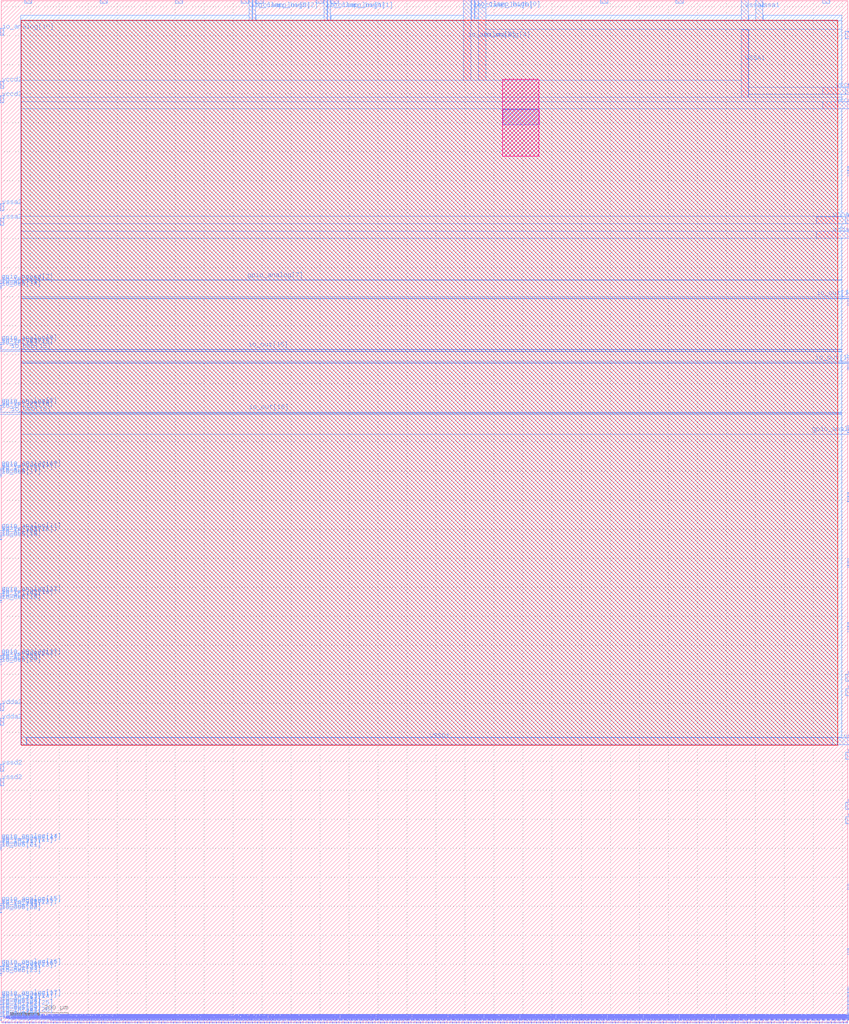
<source format=lef>
VERSION 5.7 ;
  NOWIREEXTENSIONATPIN ON ;
  DIVIDERCHAR "/" ;
  BUSBITCHARS "[]" ;
MACRO user_analog_project_wrapper
  CLASS BLOCK ;
  FOREIGN user_analog_project_wrapper ;
  ORIGIN 0.000 0.000 ;
  SIZE 2920.000 BY 3520.000 ;
  PIN VCCD1
    PORT
      LAYER met3 ;
        RECT 2833.630 3198.920 2924.000 3222.920 ;
    END
  END VCCD1
  PIN VDDA1
    PORT
      LAYER met3 ;
        RECT 2811.595 2752.810 2924.000 2776.810 ;
    END
  END VDDA1
  PIN VSSA1
    PORT
      LAYER met3 ;
        RECT 2552.970 3187.805 2576.970 3421.680 ;
    END
  END VSSA1
  PIN VSSD1
    PORT
      LAYER met3 ;
        RECT 87.105 957.150 2868.025 981.150 ;
    END
  END VSSD1
  PIN gpio_analog[0]
    PORT
      LAYER met3 ;
        RECT 2917.600 1346.150 2924.000 1346.710 ;
    END
  END gpio_analog[0]
  PIN gpio_analog[10]
    PORT
      LAYER met3 ;
        RECT -4.000 1909.320 2.400 1909.880 ;
    END
  END gpio_analog[10]
  PIN gpio_analog[11]
    PORT
      LAYER met3 ;
        RECT -4.000 1693.210 2.400 1693.770 ;
    END
  END gpio_analog[11]
  PIN gpio_analog[12]
    PORT
      LAYER met3 ;
        RECT -4.000 1477.100 2.400 1477.660 ;
    END
  END gpio_analog[12]
  PIN gpio_analog[13]
    PORT
      LAYER met3 ;
        RECT -4.000 1261.990 2.400 1262.550 ;
    END
  END gpio_analog[13]
  PIN gpio_analog[14]
    PORT
      LAYER met3 ;
        RECT -4.000 623.880 2.400 624.440 ;
    END
  END gpio_analog[14]
  PIN gpio_analog[15]
    PORT
      LAYER met3 ;
        RECT -4.000 407.770 2.400 408.330 ;
    END
  END gpio_analog[15]
  PIN gpio_analog[16]
    PORT
      LAYER met3 ;
        RECT -4.000 191.660 2.400 192.220 ;
    END
  END gpio_analog[16]
  PIN gpio_analog[17]
    PORT
      LAYER met3 ;
        RECT -4.000 84.550 2.400 85.110 ;
    END
  END gpio_analog[17]
  PIN gpio_analog[1]
    PORT
      LAYER met3 ;
        RECT 2917.600 1568.260 2924.000 1568.820 ;
    END
  END gpio_analog[1]
  PIN gpio_analog[2]
    PORT
      LAYER met3 ;
        RECT 2917.600 1794.370 2924.000 1794.930 ;
    END
  END gpio_analog[2]
  PIN gpio_analog[3]
    PORT
      LAYER met3 ;
        RECT 2667.485 2026.480 2924.000 2027.040 ;
    END
  END gpio_analog[3]
  PIN gpio_analog[4]
    PORT
      LAYER met3 ;
        RECT 2917.600 2248.590 2924.000 2249.150 ;
    END
  END gpio_analog[4]
  PIN gpio_analog[5]
    PORT
      LAYER met3 ;
        RECT 2917.600 2470.700 2924.000 2471.260 ;
    END
  END gpio_analog[5]
  PIN gpio_analog[6]
    PORT
      LAYER met3 ;
        RECT 2917.600 2917.810 2924.000 2918.370 ;
    END
  END gpio_analog[6]
  PIN gpio_analog[7]
    PORT
      LAYER met3 ;
        RECT -4.000 2557.650 1700.360 2558.210 ;
    END
  END gpio_analog[7]
  PIN gpio_analog[8]
    PORT
      LAYER met3 ;
        RECT -4.000 2341.540 2.400 2342.100 ;
    END
  END gpio_analog[8]
  PIN gpio_analog[9]
    PORT
      LAYER met3 ;
        RECT -4.000 2125.430 2.400 2125.990 ;
    END
  END gpio_analog[9]
  PIN gpio_noesd[0]
    PORT
      LAYER met3 ;
        RECT 2917.600 1352.060 2924.000 1352.620 ;
    END
  END gpio_noesd[0]
  PIN gpio_noesd[10]
    PORT
      LAYER met3 ;
        RECT -4.000 1903.410 2.400 1903.970 ;
    END
  END gpio_noesd[10]
  PIN gpio_noesd[11]
    PORT
      LAYER met3 ;
        RECT -4.000 1687.300 2.400 1687.860 ;
    END
  END gpio_noesd[11]
  PIN gpio_noesd[12]
    PORT
      LAYER met3 ;
        RECT -4.000 1471.190 2.400 1471.750 ;
    END
  END gpio_noesd[12]
  PIN gpio_noesd[13]
    PORT
      LAYER met3 ;
        RECT -4.000 1256.080 2.400 1256.640 ;
    END
  END gpio_noesd[13]
  PIN gpio_noesd[14]
    PORT
      LAYER met3 ;
        RECT -4.000 617.970 2.400 618.530 ;
    END
  END gpio_noesd[14]
  PIN gpio_noesd[15]
    PORT
      LAYER met3 ;
        RECT -4.000 401.860 2.400 402.420 ;
    END
  END gpio_noesd[15]
  PIN gpio_noesd[16]
    PORT
      LAYER met3 ;
        RECT -4.000 185.750 2.400 186.310 ;
    END
  END gpio_noesd[16]
  PIN gpio_noesd[17]
    PORT
      LAYER met3 ;
        RECT -4.000 78.640 2.400 79.200 ;
    END
  END gpio_noesd[17]
  PIN gpio_noesd[1]
    PORT
      LAYER met3 ;
        RECT 2917.600 1574.170 2924.000 1574.730 ;
    END
  END gpio_noesd[1]
  PIN gpio_noesd[2]
    PORT
      LAYER met3 ;
        RECT 2917.600 1800.280 2924.000 1800.840 ;
    END
  END gpio_noesd[2]
  PIN gpio_noesd[3]
    PORT
      LAYER met3 ;
        RECT 2917.600 2032.390 2924.000 2032.950 ;
    END
  END gpio_noesd[3]
  PIN gpio_noesd[4]
    PORT
      LAYER met3 ;
        RECT 2917.600 2254.500 2924.000 2255.060 ;
    END
  END gpio_noesd[4]
  PIN gpio_noesd[5]
    PORT
      LAYER met3 ;
        RECT 2917.600 2476.610 2924.000 2477.170 ;
    END
  END gpio_noesd[5]
  PIN gpio_noesd[6]
    PORT
      LAYER met3 ;
        RECT 2917.600 2923.720 2924.000 2924.280 ;
    END
  END gpio_noesd[6]
  PIN gpio_noesd[7]
    PORT
      LAYER met3 ;
        RECT -4.000 2551.740 2.400 2552.300 ;
    END
  END gpio_noesd[7]
  PIN gpio_noesd[8]
    PORT
      LAYER met3 ;
        RECT -4.000 2335.630 2.400 2336.190 ;
    END
  END gpio_noesd[8]
  PIN gpio_noesd[9]
    PORT
      LAYER met3 ;
        RECT -4.000 2119.520 2.400 2120.080 ;
    END
  END gpio_noesd[9]
  PIN io_analog[0]
    PORT
      LAYER met3 ;
        RECT 2911.500 3389.920 2924.000 3414.920 ;
    END
  END io_analog[0]
  PIN io_analog[10]
    PORT
      LAYER met3 ;
        RECT -4.000 3401.210 8.500 3426.210 ;
    END
  END io_analog[10]
  PIN io_analog[1]
    PORT
      LAYER met3 ;
        RECT 2832.970 3511.500 2857.970 3524.000 ;
    END
  END io_analog[1]
  PIN io_analog[2]
    PORT
      LAYER met3 ;
        RECT 2326.970 3511.500 2351.970 3524.000 ;
    END
  END io_analog[2]
  PIN io_analog[3]
    PORT
      LAYER met3 ;
        RECT 2066.970 3511.500 2091.970 3524.000 ;
    END
  END io_analog[3]
  PIN io_analog[4]
    PORT
      LAYER met3 ;
        RECT 1646.470 3247.450 1671.470 3524.000 ;
    END
    PORT
      LAYER met3 ;
        RECT 1594.970 3247.450 1619.970 3524.000 ;
    END
  END io_analog[4]
  PIN io_analog[5]
    PORT
      LAYER met3 ;
        RECT 1137.970 3511.500 1162.970 3524.000 ;
    END
    PORT
      LAYER met3 ;
        RECT 1086.470 3511.500 1111.470 3524.000 ;
    END
  END io_analog[5]
  PIN io_analog[6]
    PORT
      LAYER met3 ;
        RECT 879.470 3511.500 904.470 3524.000 ;
    END
    PORT
      LAYER met3 ;
        RECT 827.970 3511.500 852.970 3524.000 ;
    END
  END io_analog[6]
  PIN io_analog[7]
    PORT
      LAYER met3 ;
        RECT 600.970 3511.500 625.970 3524.000 ;
    END
  END io_analog[7]
  PIN io_analog[8]
    PORT
      LAYER met3 ;
        RECT 340.970 3511.500 365.970 3524.000 ;
    END
  END io_analog[8]
  PIN io_analog[9]
    PORT
      LAYER met3 ;
        RECT 80.970 3511.500 105.970 3524.000 ;
    END
  END io_analog[9]
  PIN io_clamp_high[0]
    PORT
      LAYER met3 ;
        RECT 1633.970 3460.460 1644.970 3524.000 ;
    END
  END io_clamp_high[0]
  PIN io_clamp_high[1]
    PORT
      LAYER met3 ;
        RECT 1125.470 3453.050 1136.470 3524.000 ;
    END
  END io_clamp_high[1]
  PIN io_clamp_high[2]
    PORT
      LAYER met3 ;
        RECT 866.970 3452.885 877.970 3524.000 ;
    END
  END io_clamp_high[2]
  PIN io_clamp_low[0]
    PORT
      LAYER met3 ;
        RECT 1621.470 3452.965 1632.470 3524.000 ;
    END
  END io_clamp_low[0]
  PIN io_clamp_low[1]
    PORT
      LAYER met3 ;
        RECT 1112.970 3453.050 1123.970 3524.000 ;
    END
  END io_clamp_low[1]
  PIN io_clamp_low[2]
    PORT
      LAYER met3 ;
        RECT 854.470 3452.885 865.470 3524.000 ;
    END
  END io_clamp_low[2]
  PIN io_in[0]
    PORT
      LAYER met3 ;
        RECT 2917.600 13.630 2924.000 14.190 ;
    END
  END io_in[0]
  PIN io_in[10]
    PORT
      LAYER met3 ;
        RECT 2917.600 2044.210 2924.000 2044.770 ;
    END
  END io_in[10]
  PIN io_in[11]
    PORT
      LAYER met3 ;
        RECT 2917.600 2266.320 2924.000 2266.880 ;
    END
  END io_in[11]
  PIN io_in[12]
    PORT
      LAYER met3 ;
        RECT 2917.600 2488.430 2924.000 2488.990 ;
    END
  END io_in[12]
  PIN io_in[13]
    PORT
      LAYER met3 ;
        RECT 2917.600 2935.540 2924.000 2936.100 ;
    END
  END io_in[13]
  PIN io_in[14]
    PORT
      LAYER met3 ;
        RECT -4.000 2539.920 2.400 2540.480 ;
    END
  END io_in[14]
  PIN io_in[15]
    PORT
      LAYER met3 ;
        RECT -4.000 2323.810 2.400 2324.370 ;
    END
  END io_in[15]
  PIN io_in[16]
    PORT
      LAYER met3 ;
        RECT -4.000 2107.700 2.400 2108.260 ;
    END
  END io_in[16]
  PIN io_in[17]
    PORT
      LAYER met3 ;
        RECT -4.000 1891.590 2.400 1892.150 ;
    END
  END io_in[17]
  PIN io_in[18]
    PORT
      LAYER met3 ;
        RECT -4.000 1675.480 2.400 1676.040 ;
    END
  END io_in[18]
  PIN io_in[19]
    PORT
      LAYER met3 ;
        RECT -4.000 1459.370 2.400 1459.930 ;
    END
  END io_in[19]
  PIN io_in[1]
    PORT
      LAYER met3 ;
        RECT 2917.600 37.270 2924.000 37.830 ;
    END
  END io_in[1]
  PIN io_in[20]
    PORT
      LAYER met3 ;
        RECT -4.000 1244.260 2.400 1244.820 ;
    END
  END io_in[20]
  PIN io_in[21]
    PORT
      LAYER met3 ;
        RECT -4.000 606.150 2.400 606.710 ;
    END
  END io_in[21]
  PIN io_in[22]
    PORT
      LAYER met3 ;
        RECT -4.000 390.040 2.400 390.600 ;
    END
  END io_in[22]
  PIN io_in[23]
    PORT
      LAYER met3 ;
        RECT -4.000 173.930 2.400 174.490 ;
    END
  END io_in[23]
  PIN io_in[24]
    PORT
      LAYER met3 ;
        RECT -4.000 66.820 2.400 67.380 ;
    END
  END io_in[24]
  PIN io_in[25]
    PORT
      LAYER met3 ;
        RECT -4.000 43.180 2.400 43.740 ;
    END
  END io_in[25]
  PIN io_in[26]
    PORT
      LAYER met3 ;
        RECT -4.000 19.540 2.400 20.100 ;
    END
  END io_in[26]
  PIN io_in[2]
    PORT
      LAYER met3 ;
        RECT 2917.600 60.910 2924.000 61.470 ;
    END
  END io_in[2]
  PIN io_in[3]
    PORT
      LAYER met3 ;
        RECT 2917.600 84.550 2924.000 85.110 ;
    END
  END io_in[3]
  PIN io_in[4]
    PORT
      LAYER met3 ;
        RECT 2917.600 108.190 2924.000 108.750 ;
    END
  END io_in[4]
  PIN io_in[5]
    PORT
      LAYER met3 ;
        RECT 2917.600 240.480 2924.000 241.040 ;
    END
  END io_in[5]
  PIN io_in[6]
    PORT
      LAYER met3 ;
        RECT 2917.600 463.770 2924.000 464.330 ;
    END
  END io_in[6]
  PIN io_in[7]
    PORT
      LAYER met3 ;
        RECT 2917.600 1363.880 2924.000 1364.440 ;
    END
  END io_in[7]
  PIN io_in[8]
    PORT
      LAYER met3 ;
        RECT 2917.600 1585.990 2924.000 1586.550 ;
    END
  END io_in[8]
  PIN io_in[9]
    PORT
      LAYER met3 ;
        RECT 2917.600 1812.100 2924.000 1812.660 ;
    END
  END io_in[9]
  PIN io_in_3v3[0]
    PORT
      LAYER met3 ;
        RECT 2917.600 7.720 2924.000 8.280 ;
    END
  END io_in_3v3[0]
  PIN io_in_3v3[10]
    PORT
      LAYER met3 ;
        RECT 2917.600 2038.300 2924.000 2038.860 ;
    END
  END io_in_3v3[10]
  PIN io_in_3v3[11]
    PORT
      LAYER met3 ;
        RECT 2917.600 2260.410 2924.000 2260.970 ;
    END
  END io_in_3v3[11]
  PIN io_in_3v3[12]
    PORT
      LAYER met3 ;
        RECT 2917.600 2482.520 2924.000 2483.080 ;
    END
  END io_in_3v3[12]
  PIN io_in_3v3[13]
    PORT
      LAYER met3 ;
        RECT 2917.600 2929.630 2924.000 2930.190 ;
    END
  END io_in_3v3[13]
  PIN io_in_3v3[14]
    PORT
      LAYER met3 ;
        RECT -4.000 2545.830 2.400 2546.390 ;
    END
  END io_in_3v3[14]
  PIN io_in_3v3[15]
    PORT
      LAYER met3 ;
        RECT -4.000 2329.720 2.400 2330.280 ;
    END
  END io_in_3v3[15]
  PIN io_in_3v3[16]
    PORT
      LAYER met3 ;
        RECT -4.000 2113.610 2.400 2114.170 ;
    END
  END io_in_3v3[16]
  PIN io_in_3v3[17]
    PORT
      LAYER met3 ;
        RECT -4.000 1897.500 2.400 1898.060 ;
    END
  END io_in_3v3[17]
  PIN io_in_3v3[18]
    PORT
      LAYER met3 ;
        RECT -4.000 1681.390 2.400 1681.950 ;
    END
  END io_in_3v3[18]
  PIN io_in_3v3[19]
    PORT
      LAYER met3 ;
        RECT -4.000 1465.280 2.400 1465.840 ;
    END
  END io_in_3v3[19]
  PIN io_in_3v3[1]
    PORT
      LAYER met3 ;
        RECT 2917.600 31.360 2924.000 31.920 ;
    END
  END io_in_3v3[1]
  PIN io_in_3v3[20]
    PORT
      LAYER met3 ;
        RECT -4.000 1250.170 2.400 1250.730 ;
    END
  END io_in_3v3[20]
  PIN io_in_3v3[21]
    PORT
      LAYER met3 ;
        RECT -4.000 612.060 2.400 612.620 ;
    END
  END io_in_3v3[21]
  PIN io_in_3v3[22]
    PORT
      LAYER met3 ;
        RECT -4.000 395.950 2.400 396.510 ;
    END
  END io_in_3v3[22]
  PIN io_in_3v3[23]
    PORT
      LAYER met3 ;
        RECT -4.000 179.840 2.400 180.400 ;
    END
  END io_in_3v3[23]
  PIN io_in_3v3[24]
    PORT
      LAYER met3 ;
        RECT -4.000 72.730 2.400 73.290 ;
    END
  END io_in_3v3[24]
  PIN io_in_3v3[25]
    PORT
      LAYER met3 ;
        RECT -4.000 49.090 2.400 49.650 ;
    END
  END io_in_3v3[25]
  PIN io_in_3v3[26]
    PORT
      LAYER met3 ;
        RECT -4.000 25.450 2.400 26.010 ;
    END
  END io_in_3v3[26]
  PIN io_in_3v3[2]
    PORT
      LAYER met3 ;
        RECT 2917.600 55.000 2924.000 55.560 ;
    END
  END io_in_3v3[2]
  PIN io_in_3v3[3]
    PORT
      LAYER met3 ;
        RECT 2917.600 78.640 2924.000 79.200 ;
    END
  END io_in_3v3[3]
  PIN io_in_3v3[4]
    PORT
      LAYER met3 ;
        RECT 2917.600 102.280 2924.000 102.840 ;
    END
  END io_in_3v3[4]
  PIN io_in_3v3[5]
    PORT
      LAYER met3 ;
        RECT 2917.600 234.570 2924.000 235.130 ;
    END
  END io_in_3v3[5]
  PIN io_in_3v3[6]
    PORT
      LAYER met3 ;
        RECT 2917.600 457.860 2924.000 458.420 ;
    END
  END io_in_3v3[6]
  PIN io_in_3v3[7]
    PORT
      LAYER met3 ;
        RECT 2917.600 1357.970 2924.000 1358.530 ;
    END
  END io_in_3v3[7]
  PIN io_in_3v3[8]
    PORT
      LAYER met3 ;
        RECT 2917.600 1580.080 2924.000 1580.640 ;
    END
  END io_in_3v3[8]
  PIN io_in_3v3[9]
    PORT
      LAYER met3 ;
        RECT 2917.600 1806.190 2924.000 1806.750 ;
    END
  END io_in_3v3[9]
  PIN io_oeb[0]
    PORT
      LAYER met3 ;
        RECT 2917.600 25.450 2924.000 26.010 ;
    END
  END io_oeb[0]
  PIN io_oeb[10]
    PORT
      LAYER met3 ;
        RECT 2917.600 2056.030 2924.000 2056.590 ;
    END
  END io_oeb[10]
  PIN io_oeb[11]
    PORT
      LAYER met3 ;
        RECT 2898.095 2278.140 2924.000 2278.700 ;
    END
  END io_oeb[11]
  PIN io_oeb[12]
    PORT
      LAYER met3 ;
        RECT 2898.095 2500.250 2924.000 2500.810 ;
    END
  END io_oeb[12]
  PIN io_oeb[13]
    PORT
      LAYER met3 ;
        RECT 2917.600 2947.360 2924.000 2947.920 ;
    END
  END io_oeb[13]
  PIN io_oeb[14]
    PORT
      LAYER met3 ;
        RECT -4.000 2528.100 2.400 2528.660 ;
    END
  END io_oeb[14]
  PIN io_oeb[15]
    PORT
      LAYER met3 ;
        RECT -4.000 2311.990 69.485 2312.550 ;
    END
  END io_oeb[15]
  PIN io_oeb[16]
    PORT
      LAYER met3 ;
        RECT -4.000 2095.880 69.555 2096.440 ;
    END
  END io_oeb[16]
  PIN io_oeb[17]
    PORT
      LAYER met3 ;
        RECT -4.000 1879.770 2.400 1880.330 ;
    END
  END io_oeb[17]
  PIN io_oeb[18]
    PORT
      LAYER met3 ;
        RECT -4.000 1663.660 2.400 1664.220 ;
    END
  END io_oeb[18]
  PIN io_oeb[19]
    PORT
      LAYER met3 ;
        RECT -4.000 1447.550 2.400 1448.110 ;
    END
  END io_oeb[19]
  PIN io_oeb[1]
    PORT
      LAYER met3 ;
        RECT 2917.600 49.090 2924.000 49.650 ;
    END
  END io_oeb[1]
  PIN io_oeb[20]
    PORT
      LAYER met3 ;
        RECT -4.000 1232.440 2.400 1233.000 ;
    END
  END io_oeb[20]
  PIN io_oeb[21]
    PORT
      LAYER met3 ;
        RECT -4.000 594.330 2.400 594.890 ;
    END
  END io_oeb[21]
  PIN io_oeb[22]
    PORT
      LAYER met3 ;
        RECT -4.000 378.220 2.400 378.780 ;
    END
  END io_oeb[22]
  PIN io_oeb[23]
    PORT
      LAYER met3 ;
        RECT -4.000 162.110 2.400 162.670 ;
    END
  END io_oeb[23]
  PIN io_oeb[24]
    PORT
      LAYER met3 ;
        RECT -4.000 55.000 2.400 55.560 ;
    END
  END io_oeb[24]
  PIN io_oeb[25]
    PORT
      LAYER met3 ;
        RECT -4.000 31.360 2.400 31.920 ;
    END
  END io_oeb[25]
  PIN io_oeb[26]
    PORT
      LAYER met3 ;
        RECT -4.000 7.720 2.400 8.280 ;
    END
  END io_oeb[26]
  PIN io_oeb[2]
    PORT
      LAYER met3 ;
        RECT 2917.600 72.730 2924.000 73.290 ;
    END
  END io_oeb[2]
  PIN io_oeb[3]
    PORT
      LAYER met3 ;
        RECT 2917.600 96.370 2924.000 96.930 ;
    END
  END io_oeb[3]
  PIN io_oeb[4]
    PORT
      LAYER met3 ;
        RECT 2917.600 120.010 2924.000 120.570 ;
    END
  END io_oeb[4]
  PIN io_oeb[5]
    PORT
      LAYER met3 ;
        RECT 2917.600 252.300 2924.000 252.860 ;
    END
  END io_oeb[5]
  PIN io_oeb[6]
    PORT
      LAYER met3 ;
        RECT 2917.600 475.590 2924.000 476.150 ;
    END
  END io_oeb[6]
  PIN io_oeb[7]
    PORT
      LAYER met3 ;
        RECT 2917.600 1375.700 2924.000 1376.260 ;
    END
  END io_oeb[7]
  PIN io_oeb[8]
    PORT
      LAYER met3 ;
        RECT 2917.600 1597.810 2924.000 1598.370 ;
    END
  END io_oeb[8]
  PIN io_oeb[9]
    PORT
      LAYER met3 ;
        RECT 2917.600 1823.920 2924.000 1824.480 ;
    END
  END io_oeb[9]
  PIN io_out[0]
    PORT
      LAYER met3 ;
        RECT 2917.600 19.540 2924.000 20.100 ;
    END
  END io_out[0]
  PIN io_out[10]
    PORT
      LAYER met3 ;
        RECT 2917.600 2050.120 2924.000 2050.680 ;
    END
  END io_out[10]
  PIN io_out[11]
    PORT
      LAYER met3 ;
        RECT 2686.880 2272.230 2924.000 2272.790 ;
    END
  END io_out[11]
  PIN io_out[12]
    PORT
      LAYER met3 ;
        RECT 2697.470 2494.340 2924.000 2494.900 ;
    END
  END io_out[12]
  PIN io_out[13]
    PORT
      LAYER met3 ;
        RECT 2917.600 2941.450 2924.000 2942.010 ;
    END
  END io_out[13]
  PIN io_out[14]
    PORT
      LAYER met3 ;
        RECT -4.000 2534.010 2.400 2534.570 ;
    END
  END io_out[14]
  PIN io_out[15]
    PORT
      LAYER met3 ;
        RECT -4.000 2317.900 1705.395 2318.460 ;
    END
  END io_out[15]
  PIN io_out[16]
    PORT
      LAYER met3 ;
        RECT -4.000 2101.790 1709.250 2102.350 ;
    END
  END io_out[16]
  PIN io_out[17]
    PORT
      LAYER met3 ;
        RECT -4.000 1885.680 2.400 1886.240 ;
    END
  END io_out[17]
  PIN io_out[18]
    PORT
      LAYER met3 ;
        RECT -4.000 1669.570 2.400 1670.130 ;
    END
  END io_out[18]
  PIN io_out[19]
    PORT
      LAYER met3 ;
        RECT -4.000 1453.460 2.400 1454.020 ;
    END
  END io_out[19]
  PIN io_out[1]
    PORT
      LAYER met3 ;
        RECT 2917.600 43.180 2924.000 43.740 ;
    END
  END io_out[1]
  PIN io_out[20]
    PORT
      LAYER met3 ;
        RECT -4.000 1238.350 2.400 1238.910 ;
    END
  END io_out[20]
  PIN io_out[21]
    PORT
      LAYER met3 ;
        RECT -4.000 600.240 2.400 600.800 ;
    END
  END io_out[21]
  PIN io_out[22]
    PORT
      LAYER met3 ;
        RECT -4.000 384.130 2.400 384.690 ;
    END
  END io_out[22]
  PIN io_out[23]
    PORT
      LAYER met3 ;
        RECT -4.000 168.020 2.400 168.580 ;
    END
  END io_out[23]
  PIN io_out[24]
    PORT
      LAYER met3 ;
        RECT -4.000 60.910 2.400 61.470 ;
    END
  END io_out[24]
  PIN io_out[25]
    PORT
      LAYER met3 ;
        RECT -4.000 37.270 2.400 37.830 ;
    END
  END io_out[25]
  PIN io_out[26]
    PORT
      LAYER met3 ;
        RECT -4.000 13.630 2.400 14.190 ;
    END
  END io_out[26]
  PIN io_out[2]
    PORT
      LAYER met3 ;
        RECT 2917.600 66.820 2924.000 67.380 ;
    END
  END io_out[2]
  PIN io_out[3]
    PORT
      LAYER met3 ;
        RECT 2917.600 90.460 2924.000 91.020 ;
    END
  END io_out[3]
  PIN io_out[4]
    PORT
      LAYER met3 ;
        RECT 2917.600 114.100 2924.000 114.660 ;
    END
  END io_out[4]
  PIN io_out[5]
    PORT
      LAYER met3 ;
        RECT 2917.600 246.390 2924.000 246.950 ;
    END
  END io_out[5]
  PIN io_out[6]
    PORT
      LAYER met3 ;
        RECT 2917.600 469.680 2924.000 470.240 ;
    END
  END io_out[6]
  PIN io_out[7]
    PORT
      LAYER met3 ;
        RECT 2917.600 1369.790 2924.000 1370.350 ;
    END
  END io_out[7]
  PIN io_out[8]
    PORT
      LAYER met3 ;
        RECT 2917.600 1591.900 2924.000 1592.460 ;
    END
  END io_out[8]
  PIN io_out[9]
    PORT
      LAYER met3 ;
        RECT 2917.600 1818.010 2924.000 1818.570 ;
    END
  END io_out[9]
  PIN la_data_in[0]
    PORT
      LAYER met2 ;
        RECT 629.080 -4.000 629.640 2.400 ;
    END
  END la_data_in[0]
  PIN la_data_in[100]
    PORT
      LAYER met2 ;
        RECT 2402.080 -4.000 2402.640 2.400 ;
    END
  END la_data_in[100]
  PIN la_data_in[101]
    PORT
      LAYER met2 ;
        RECT 2419.810 -4.000 2420.370 2.400 ;
    END
  END la_data_in[101]
  PIN la_data_in[102]
    PORT
      LAYER met2 ;
        RECT 2437.540 -4.000 2438.100 2.400 ;
    END
  END la_data_in[102]
  PIN la_data_in[103]
    PORT
      LAYER met2 ;
        RECT 2455.270 -4.000 2455.830 2.400 ;
    END
  END la_data_in[103]
  PIN la_data_in[104]
    PORT
      LAYER met2 ;
        RECT 2473.000 -4.000 2473.560 2.400 ;
    END
  END la_data_in[104]
  PIN la_data_in[105]
    PORT
      LAYER met2 ;
        RECT 2490.730 -4.000 2491.290 2.400 ;
    END
  END la_data_in[105]
  PIN la_data_in[106]
    PORT
      LAYER met2 ;
        RECT 2508.460 -4.000 2509.020 2.400 ;
    END
  END la_data_in[106]
  PIN la_data_in[107]
    PORT
      LAYER met2 ;
        RECT 2526.190 -4.000 2526.750 2.400 ;
    END
  END la_data_in[107]
  PIN la_data_in[108]
    PORT
      LAYER met2 ;
        RECT 2543.920 -4.000 2544.480 2.400 ;
    END
  END la_data_in[108]
  PIN la_data_in[109]
    PORT
      LAYER met2 ;
        RECT 2561.650 -4.000 2562.210 2.400 ;
    END
  END la_data_in[109]
  PIN la_data_in[10]
    PORT
      LAYER met2 ;
        RECT 806.380 -4.000 806.940 2.400 ;
    END
  END la_data_in[10]
  PIN la_data_in[110]
    PORT
      LAYER met2 ;
        RECT 2579.380 -4.000 2579.940 2.400 ;
    END
  END la_data_in[110]
  PIN la_data_in[111]
    PORT
      LAYER met2 ;
        RECT 2597.110 -4.000 2597.670 2.400 ;
    END
  END la_data_in[111]
  PIN la_data_in[112]
    PORT
      LAYER met2 ;
        RECT 2614.840 -4.000 2615.400 2.400 ;
    END
  END la_data_in[112]
  PIN la_data_in[113]
    PORT
      LAYER met2 ;
        RECT 2632.570 -4.000 2633.130 2.400 ;
    END
  END la_data_in[113]
  PIN la_data_in[114]
    PORT
      LAYER met2 ;
        RECT 2650.300 -4.000 2650.860 2.400 ;
    END
  END la_data_in[114]
  PIN la_data_in[115]
    PORT
      LAYER met2 ;
        RECT 2668.030 -4.000 2668.590 2.400 ;
    END
  END la_data_in[115]
  PIN la_data_in[116]
    PORT
      LAYER met2 ;
        RECT 2685.760 -4.000 2686.320 2.400 ;
    END
  END la_data_in[116]
  PIN la_data_in[117]
    PORT
      LAYER met2 ;
        RECT 2703.490 -4.000 2704.050 2.400 ;
    END
  END la_data_in[117]
  PIN la_data_in[118]
    PORT
      LAYER met2 ;
        RECT 2721.220 -4.000 2721.780 2.400 ;
    END
  END la_data_in[118]
  PIN la_data_in[119]
    PORT
      LAYER met2 ;
        RECT 2738.950 -4.000 2739.510 2.400 ;
    END
  END la_data_in[119]
  PIN la_data_in[11]
    PORT
      LAYER met2 ;
        RECT 824.110 -4.000 824.670 2.400 ;
    END
  END la_data_in[11]
  PIN la_data_in[120]
    PORT
      LAYER met2 ;
        RECT 2756.680 -4.000 2757.240 2.400 ;
    END
  END la_data_in[120]
  PIN la_data_in[121]
    PORT
      LAYER met2 ;
        RECT 2774.410 -4.000 2774.970 2.400 ;
    END
  END la_data_in[121]
  PIN la_data_in[122]
    PORT
      LAYER met2 ;
        RECT 2792.140 -4.000 2792.700 2.400 ;
    END
  END la_data_in[122]
  PIN la_data_in[123]
    PORT
      LAYER met2 ;
        RECT 2809.870 -4.000 2810.430 2.400 ;
    END
  END la_data_in[123]
  PIN la_data_in[124]
    PORT
      LAYER met2 ;
        RECT 2827.600 -4.000 2828.160 2.400 ;
    END
  END la_data_in[124]
  PIN la_data_in[125]
    PORT
      LAYER met2 ;
        RECT 2845.330 -4.000 2845.890 2.400 ;
    END
  END la_data_in[125]
  PIN la_data_in[126]
    PORT
      LAYER met2 ;
        RECT 2863.060 -4.000 2863.620 2.400 ;
    END
  END la_data_in[126]
  PIN la_data_in[127]
    PORT
      LAYER met2 ;
        RECT 2880.790 -4.000 2881.350 2.400 ;
    END
  END la_data_in[127]
  PIN la_data_in[12]
    PORT
      LAYER met2 ;
        RECT 841.840 -4.000 842.400 2.400 ;
    END
  END la_data_in[12]
  PIN la_data_in[13]
    PORT
      LAYER met2 ;
        RECT 859.570 -4.000 860.130 2.400 ;
    END
  END la_data_in[13]
  PIN la_data_in[14]
    PORT
      LAYER met2 ;
        RECT 877.300 -4.000 877.860 2.400 ;
    END
  END la_data_in[14]
  PIN la_data_in[15]
    PORT
      LAYER met2 ;
        RECT 895.030 -4.000 895.590 2.400 ;
    END
  END la_data_in[15]
  PIN la_data_in[16]
    PORT
      LAYER met2 ;
        RECT 912.760 -4.000 913.320 2.400 ;
    END
  END la_data_in[16]
  PIN la_data_in[17]
    PORT
      LAYER met2 ;
        RECT 930.490 -4.000 931.050 2.400 ;
    END
  END la_data_in[17]
  PIN la_data_in[18]
    PORT
      LAYER met2 ;
        RECT 948.220 -4.000 948.780 2.400 ;
    END
  END la_data_in[18]
  PIN la_data_in[19]
    PORT
      LAYER met2 ;
        RECT 965.950 -4.000 966.510 2.400 ;
    END
  END la_data_in[19]
  PIN la_data_in[1]
    PORT
      LAYER met2 ;
        RECT 646.810 -4.000 647.370 2.400 ;
    END
  END la_data_in[1]
  PIN la_data_in[20]
    PORT
      LAYER met2 ;
        RECT 983.680 -4.000 984.240 2.400 ;
    END
  END la_data_in[20]
  PIN la_data_in[21]
    PORT
      LAYER met2 ;
        RECT 1001.410 -4.000 1001.970 2.400 ;
    END
  END la_data_in[21]
  PIN la_data_in[22]
    PORT
      LAYER met2 ;
        RECT 1019.140 -4.000 1019.700 2.400 ;
    END
  END la_data_in[22]
  PIN la_data_in[23]
    PORT
      LAYER met2 ;
        RECT 1036.870 -4.000 1037.430 2.400 ;
    END
  END la_data_in[23]
  PIN la_data_in[24]
    PORT
      LAYER met2 ;
        RECT 1054.600 -4.000 1055.160 2.400 ;
    END
  END la_data_in[24]
  PIN la_data_in[25]
    PORT
      LAYER met2 ;
        RECT 1072.330 -4.000 1072.890 2.400 ;
    END
  END la_data_in[25]
  PIN la_data_in[26]
    PORT
      LAYER met2 ;
        RECT 1090.060 -4.000 1090.620 2.400 ;
    END
  END la_data_in[26]
  PIN la_data_in[27]
    PORT
      LAYER met2 ;
        RECT 1107.790 -4.000 1108.350 2.400 ;
    END
  END la_data_in[27]
  PIN la_data_in[28]
    PORT
      LAYER met2 ;
        RECT 1125.520 -4.000 1126.080 2.400 ;
    END
  END la_data_in[28]
  PIN la_data_in[29]
    PORT
      LAYER met2 ;
        RECT 1143.250 -4.000 1143.810 2.400 ;
    END
  END la_data_in[29]
  PIN la_data_in[2]
    PORT
      LAYER met2 ;
        RECT 664.540 -4.000 665.100 2.400 ;
    END
  END la_data_in[2]
  PIN la_data_in[30]
    PORT
      LAYER met2 ;
        RECT 1160.980 -4.000 1161.540 2.400 ;
    END
  END la_data_in[30]
  PIN la_data_in[31]
    PORT
      LAYER met2 ;
        RECT 1178.710 -4.000 1179.270 2.400 ;
    END
  END la_data_in[31]
  PIN la_data_in[32]
    PORT
      LAYER met2 ;
        RECT 1196.440 -4.000 1197.000 2.400 ;
    END
  END la_data_in[32]
  PIN la_data_in[33]
    PORT
      LAYER met2 ;
        RECT 1214.170 -4.000 1214.730 2.400 ;
    END
  END la_data_in[33]
  PIN la_data_in[34]
    PORT
      LAYER met2 ;
        RECT 1231.900 -4.000 1232.460 2.400 ;
    END
  END la_data_in[34]
  PIN la_data_in[35]
    PORT
      LAYER met2 ;
        RECT 1249.630 -4.000 1250.190 2.400 ;
    END
  END la_data_in[35]
  PIN la_data_in[36]
    PORT
      LAYER met2 ;
        RECT 1267.360 -4.000 1267.920 2.400 ;
    END
  END la_data_in[36]
  PIN la_data_in[37]
    PORT
      LAYER met2 ;
        RECT 1285.090 -4.000 1285.650 2.400 ;
    END
  END la_data_in[37]
  PIN la_data_in[38]
    PORT
      LAYER met2 ;
        RECT 1302.820 -4.000 1303.380 2.400 ;
    END
  END la_data_in[38]
  PIN la_data_in[39]
    PORT
      LAYER met2 ;
        RECT 1320.550 -4.000 1321.110 2.400 ;
    END
  END la_data_in[39]
  PIN la_data_in[3]
    PORT
      LAYER met2 ;
        RECT 682.270 -4.000 682.830 2.400 ;
    END
  END la_data_in[3]
  PIN la_data_in[40]
    PORT
      LAYER met2 ;
        RECT 1338.280 -4.000 1338.840 2.400 ;
    END
  END la_data_in[40]
  PIN la_data_in[41]
    PORT
      LAYER met2 ;
        RECT 1356.010 -4.000 1356.570 2.400 ;
    END
  END la_data_in[41]
  PIN la_data_in[42]
    PORT
      LAYER met2 ;
        RECT 1373.740 -4.000 1374.300 2.400 ;
    END
  END la_data_in[42]
  PIN la_data_in[43]
    PORT
      LAYER met2 ;
        RECT 1391.470 -4.000 1392.030 2.400 ;
    END
  END la_data_in[43]
  PIN la_data_in[44]
    PORT
      LAYER met2 ;
        RECT 1409.200 -4.000 1409.760 2.400 ;
    END
  END la_data_in[44]
  PIN la_data_in[45]
    PORT
      LAYER met2 ;
        RECT 1426.930 -4.000 1427.490 2.400 ;
    END
  END la_data_in[45]
  PIN la_data_in[46]
    PORT
      LAYER met2 ;
        RECT 1444.660 -4.000 1445.220 2.400 ;
    END
  END la_data_in[46]
  PIN la_data_in[47]
    PORT
      LAYER met2 ;
        RECT 1462.390 -4.000 1462.950 2.400 ;
    END
  END la_data_in[47]
  PIN la_data_in[48]
    PORT
      LAYER met2 ;
        RECT 1480.120 -4.000 1480.680 2.400 ;
    END
  END la_data_in[48]
  PIN la_data_in[49]
    PORT
      LAYER met2 ;
        RECT 1497.850 -4.000 1498.410 2.400 ;
    END
  END la_data_in[49]
  PIN la_data_in[4]
    PORT
      LAYER met2 ;
        RECT 700.000 -4.000 700.560 2.400 ;
    END
  END la_data_in[4]
  PIN la_data_in[50]
    PORT
      LAYER met2 ;
        RECT 1515.580 -4.000 1516.140 2.400 ;
    END
  END la_data_in[50]
  PIN la_data_in[51]
    PORT
      LAYER met2 ;
        RECT 1533.310 -4.000 1533.870 2.400 ;
    END
  END la_data_in[51]
  PIN la_data_in[52]
    PORT
      LAYER met2 ;
        RECT 1551.040 -4.000 1551.600 2.400 ;
    END
  END la_data_in[52]
  PIN la_data_in[53]
    PORT
      LAYER met2 ;
        RECT 1568.770 -4.000 1569.330 2.400 ;
    END
  END la_data_in[53]
  PIN la_data_in[54]
    PORT
      LAYER met2 ;
        RECT 1586.500 -4.000 1587.060 2.400 ;
    END
  END la_data_in[54]
  PIN la_data_in[55]
    PORT
      LAYER met2 ;
        RECT 1604.230 -4.000 1604.790 2.400 ;
    END
  END la_data_in[55]
  PIN la_data_in[56]
    PORT
      LAYER met2 ;
        RECT 1621.960 -4.000 1622.520 2.400 ;
    END
  END la_data_in[56]
  PIN la_data_in[57]
    PORT
      LAYER met2 ;
        RECT 1639.690 -4.000 1640.250 2.400 ;
    END
  END la_data_in[57]
  PIN la_data_in[58]
    PORT
      LAYER met2 ;
        RECT 1657.420 -4.000 1657.980 2.400 ;
    END
  END la_data_in[58]
  PIN la_data_in[59]
    PORT
      LAYER met2 ;
        RECT 1675.150 -4.000 1675.710 2.400 ;
    END
  END la_data_in[59]
  PIN la_data_in[5]
    PORT
      LAYER met2 ;
        RECT 717.730 -4.000 718.290 2.400 ;
    END
  END la_data_in[5]
  PIN la_data_in[60]
    PORT
      LAYER met2 ;
        RECT 1692.880 -4.000 1693.440 2.400 ;
    END
  END la_data_in[60]
  PIN la_data_in[61]
    PORT
      LAYER met2 ;
        RECT 1710.610 -4.000 1711.170 2.400 ;
    END
  END la_data_in[61]
  PIN la_data_in[62]
    PORT
      LAYER met2 ;
        RECT 1728.340 -4.000 1728.900 2.400 ;
    END
  END la_data_in[62]
  PIN la_data_in[63]
    PORT
      LAYER met2 ;
        RECT 1746.070 -4.000 1746.630 2.400 ;
    END
  END la_data_in[63]
  PIN la_data_in[64]
    PORT
      LAYER met2 ;
        RECT 1763.800 -4.000 1764.360 2.400 ;
    END
  END la_data_in[64]
  PIN la_data_in[65]
    PORT
      LAYER met2 ;
        RECT 1781.530 -4.000 1782.090 2.400 ;
    END
  END la_data_in[65]
  PIN la_data_in[66]
    PORT
      LAYER met2 ;
        RECT 1799.260 -4.000 1799.820 2.400 ;
    END
  END la_data_in[66]
  PIN la_data_in[67]
    PORT
      LAYER met2 ;
        RECT 1816.990 -4.000 1817.550 2.400 ;
    END
  END la_data_in[67]
  PIN la_data_in[68]
    PORT
      LAYER met2 ;
        RECT 1834.720 -4.000 1835.280 2.400 ;
    END
  END la_data_in[68]
  PIN la_data_in[69]
    PORT
      LAYER met2 ;
        RECT 1852.450 -4.000 1853.010 2.400 ;
    END
  END la_data_in[69]
  PIN la_data_in[6]
    PORT
      LAYER met2 ;
        RECT 735.460 -4.000 736.020 2.400 ;
    END
  END la_data_in[6]
  PIN la_data_in[70]
    PORT
      LAYER met2 ;
        RECT 1870.180 -4.000 1870.740 2.400 ;
    END
  END la_data_in[70]
  PIN la_data_in[71]
    PORT
      LAYER met2 ;
        RECT 1887.910 -4.000 1888.470 2.400 ;
    END
  END la_data_in[71]
  PIN la_data_in[72]
    PORT
      LAYER met2 ;
        RECT 1905.640 -4.000 1906.200 2.400 ;
    END
  END la_data_in[72]
  PIN la_data_in[73]
    PORT
      LAYER met2 ;
        RECT 1923.370 -4.000 1923.930 2.400 ;
    END
  END la_data_in[73]
  PIN la_data_in[74]
    PORT
      LAYER met2 ;
        RECT 1941.100 -4.000 1941.660 2.400 ;
    END
  END la_data_in[74]
  PIN la_data_in[75]
    PORT
      LAYER met2 ;
        RECT 1958.830 -4.000 1959.390 2.400 ;
    END
  END la_data_in[75]
  PIN la_data_in[76]
    PORT
      LAYER met2 ;
        RECT 1976.560 -4.000 1977.120 2.400 ;
    END
  END la_data_in[76]
  PIN la_data_in[77]
    PORT
      LAYER met2 ;
        RECT 1994.290 -4.000 1994.850 2.400 ;
    END
  END la_data_in[77]
  PIN la_data_in[78]
    PORT
      LAYER met2 ;
        RECT 2012.020 -4.000 2012.580 2.400 ;
    END
  END la_data_in[78]
  PIN la_data_in[79]
    PORT
      LAYER met2 ;
        RECT 2029.750 -4.000 2030.310 2.400 ;
    END
  END la_data_in[79]
  PIN la_data_in[7]
    PORT
      LAYER met2 ;
        RECT 753.190 -4.000 753.750 2.400 ;
    END
  END la_data_in[7]
  PIN la_data_in[80]
    PORT
      LAYER met2 ;
        RECT 2047.480 -4.000 2048.040 2.400 ;
    END
  END la_data_in[80]
  PIN la_data_in[81]
    PORT
      LAYER met2 ;
        RECT 2065.210 -4.000 2065.770 2.400 ;
    END
  END la_data_in[81]
  PIN la_data_in[82]
    PORT
      LAYER met2 ;
        RECT 2082.940 -4.000 2083.500 2.400 ;
    END
  END la_data_in[82]
  PIN la_data_in[83]
    PORT
      LAYER met2 ;
        RECT 2100.670 -4.000 2101.230 2.400 ;
    END
  END la_data_in[83]
  PIN la_data_in[84]
    PORT
      LAYER met2 ;
        RECT 2118.400 -4.000 2118.960 2.400 ;
    END
  END la_data_in[84]
  PIN la_data_in[85]
    PORT
      LAYER met2 ;
        RECT 2136.130 -4.000 2136.690 2.400 ;
    END
  END la_data_in[85]
  PIN la_data_in[86]
    PORT
      LAYER met2 ;
        RECT 2153.860 -4.000 2154.420 2.400 ;
    END
  END la_data_in[86]
  PIN la_data_in[87]
    PORT
      LAYER met2 ;
        RECT 2171.590 -4.000 2172.150 2.400 ;
    END
  END la_data_in[87]
  PIN la_data_in[88]
    PORT
      LAYER met2 ;
        RECT 2189.320 -4.000 2189.880 2.400 ;
    END
  END la_data_in[88]
  PIN la_data_in[89]
    PORT
      LAYER met2 ;
        RECT 2207.050 -4.000 2207.610 2.400 ;
    END
  END la_data_in[89]
  PIN la_data_in[8]
    PORT
      LAYER met2 ;
        RECT 770.920 -4.000 771.480 2.400 ;
    END
  END la_data_in[8]
  PIN la_data_in[90]
    PORT
      LAYER met2 ;
        RECT 2224.780 -4.000 2225.340 2.400 ;
    END
  END la_data_in[90]
  PIN la_data_in[91]
    PORT
      LAYER met2 ;
        RECT 2242.510 -4.000 2243.070 2.400 ;
    END
  END la_data_in[91]
  PIN la_data_in[92]
    PORT
      LAYER met2 ;
        RECT 2260.240 -4.000 2260.800 2.400 ;
    END
  END la_data_in[92]
  PIN la_data_in[93]
    PORT
      LAYER met2 ;
        RECT 2277.970 -4.000 2278.530 2.400 ;
    END
  END la_data_in[93]
  PIN la_data_in[94]
    PORT
      LAYER met2 ;
        RECT 2295.700 -4.000 2296.260 2.400 ;
    END
  END la_data_in[94]
  PIN la_data_in[95]
    PORT
      LAYER met2 ;
        RECT 2313.430 -4.000 2313.990 2.400 ;
    END
  END la_data_in[95]
  PIN la_data_in[96]
    PORT
      LAYER met2 ;
        RECT 2331.160 -4.000 2331.720 2.400 ;
    END
  END la_data_in[96]
  PIN la_data_in[97]
    PORT
      LAYER met2 ;
        RECT 2348.890 -4.000 2349.450 2.400 ;
    END
  END la_data_in[97]
  PIN la_data_in[98]
    PORT
      LAYER met2 ;
        RECT 2366.620 -4.000 2367.180 2.400 ;
    END
  END la_data_in[98]
  PIN la_data_in[99]
    PORT
      LAYER met2 ;
        RECT 2384.350 -4.000 2384.910 2.400 ;
    END
  END la_data_in[99]
  PIN la_data_in[9]
    PORT
      LAYER met2 ;
        RECT 788.650 -4.000 789.210 2.400 ;
    END
  END la_data_in[9]
  PIN la_data_out[0]
    PORT
      LAYER met2 ;
        RECT 634.990 -4.000 635.550 2.400 ;
    END
  END la_data_out[0]
  PIN la_data_out[100]
    PORT
      LAYER met2 ;
        RECT 2407.990 -4.000 2408.550 2.400 ;
    END
  END la_data_out[100]
  PIN la_data_out[101]
    PORT
      LAYER met2 ;
        RECT 2425.720 -4.000 2426.280 2.400 ;
    END
  END la_data_out[101]
  PIN la_data_out[102]
    PORT
      LAYER met2 ;
        RECT 2443.450 -4.000 2444.010 2.400 ;
    END
  END la_data_out[102]
  PIN la_data_out[103]
    PORT
      LAYER met2 ;
        RECT 2461.180 -4.000 2461.740 2.400 ;
    END
  END la_data_out[103]
  PIN la_data_out[104]
    PORT
      LAYER met2 ;
        RECT 2478.910 -4.000 2479.470 2.400 ;
    END
  END la_data_out[104]
  PIN la_data_out[105]
    PORT
      LAYER met2 ;
        RECT 2496.640 -4.000 2497.200 2.400 ;
    END
  END la_data_out[105]
  PIN la_data_out[106]
    PORT
      LAYER met2 ;
        RECT 2514.370 -4.000 2514.930 2.400 ;
    END
  END la_data_out[106]
  PIN la_data_out[107]
    PORT
      LAYER met2 ;
        RECT 2532.100 -4.000 2532.660 2.400 ;
    END
  END la_data_out[107]
  PIN la_data_out[108]
    PORT
      LAYER met2 ;
        RECT 2549.830 -4.000 2550.390 2.400 ;
    END
  END la_data_out[108]
  PIN la_data_out[109]
    PORT
      LAYER met2 ;
        RECT 2567.560 -4.000 2568.120 2.400 ;
    END
  END la_data_out[109]
  PIN la_data_out[10]
    PORT
      LAYER met2 ;
        RECT 812.290 -4.000 812.850 2.400 ;
    END
  END la_data_out[10]
  PIN la_data_out[110]
    PORT
      LAYER met2 ;
        RECT 2585.290 -4.000 2585.850 2.400 ;
    END
  END la_data_out[110]
  PIN la_data_out[111]
    PORT
      LAYER met2 ;
        RECT 2603.020 -4.000 2603.580 2.400 ;
    END
  END la_data_out[111]
  PIN la_data_out[112]
    PORT
      LAYER met2 ;
        RECT 2620.750 -4.000 2621.310 2.400 ;
    END
  END la_data_out[112]
  PIN la_data_out[113]
    PORT
      LAYER met2 ;
        RECT 2638.480 -4.000 2639.040 2.400 ;
    END
  END la_data_out[113]
  PIN la_data_out[114]
    PORT
      LAYER met2 ;
        RECT 2656.210 -4.000 2656.770 2.400 ;
    END
  END la_data_out[114]
  PIN la_data_out[115]
    PORT
      LAYER met2 ;
        RECT 2673.940 -4.000 2674.500 2.400 ;
    END
  END la_data_out[115]
  PIN la_data_out[116]
    PORT
      LAYER met2 ;
        RECT 2691.670 -4.000 2692.230 2.400 ;
    END
  END la_data_out[116]
  PIN la_data_out[117]
    PORT
      LAYER met2 ;
        RECT 2709.400 -4.000 2709.960 2.400 ;
    END
  END la_data_out[117]
  PIN la_data_out[118]
    PORT
      LAYER met2 ;
        RECT 2727.130 -4.000 2727.690 2.400 ;
    END
  END la_data_out[118]
  PIN la_data_out[119]
    PORT
      LAYER met2 ;
        RECT 2744.860 -4.000 2745.420 2.400 ;
    END
  END la_data_out[119]
  PIN la_data_out[11]
    PORT
      LAYER met2 ;
        RECT 830.020 -4.000 830.580 2.400 ;
    END
  END la_data_out[11]
  PIN la_data_out[120]
    PORT
      LAYER met2 ;
        RECT 2762.590 -4.000 2763.150 2.400 ;
    END
  END la_data_out[120]
  PIN la_data_out[121]
    PORT
      LAYER met2 ;
        RECT 2780.320 -4.000 2780.880 2.400 ;
    END
  END la_data_out[121]
  PIN la_data_out[122]
    PORT
      LAYER met2 ;
        RECT 2798.050 -4.000 2798.610 2.400 ;
    END
  END la_data_out[122]
  PIN la_data_out[123]
    PORT
      LAYER met2 ;
        RECT 2815.780 -4.000 2816.340 2.400 ;
    END
  END la_data_out[123]
  PIN la_data_out[124]
    PORT
      LAYER met2 ;
        RECT 2833.510 -4.000 2834.070 2.400 ;
    END
  END la_data_out[124]
  PIN la_data_out[125]
    PORT
      LAYER met2 ;
        RECT 2851.240 -4.000 2851.800 2.400 ;
    END
  END la_data_out[125]
  PIN la_data_out[126]
    PORT
      LAYER met2 ;
        RECT 2868.970 -4.000 2869.530 2.400 ;
    END
  END la_data_out[126]
  PIN la_data_out[127]
    PORT
      LAYER met2 ;
        RECT 2886.700 -4.000 2887.260 2.400 ;
    END
  END la_data_out[127]
  PIN la_data_out[12]
    PORT
      LAYER met2 ;
        RECT 847.750 -4.000 848.310 2.400 ;
    END
  END la_data_out[12]
  PIN la_data_out[13]
    PORT
      LAYER met2 ;
        RECT 865.480 -4.000 866.040 2.400 ;
    END
  END la_data_out[13]
  PIN la_data_out[14]
    PORT
      LAYER met2 ;
        RECT 883.210 -4.000 883.770 2.400 ;
    END
  END la_data_out[14]
  PIN la_data_out[15]
    PORT
      LAYER met2 ;
        RECT 900.940 -4.000 901.500 2.400 ;
    END
  END la_data_out[15]
  PIN la_data_out[16]
    PORT
      LAYER met2 ;
        RECT 918.670 -4.000 919.230 2.400 ;
    END
  END la_data_out[16]
  PIN la_data_out[17]
    PORT
      LAYER met2 ;
        RECT 936.400 -4.000 936.960 2.400 ;
    END
  END la_data_out[17]
  PIN la_data_out[18]
    PORT
      LAYER met2 ;
        RECT 954.130 -4.000 954.690 2.400 ;
    END
  END la_data_out[18]
  PIN la_data_out[19]
    PORT
      LAYER met2 ;
        RECT 971.860 -4.000 972.420 2.400 ;
    END
  END la_data_out[19]
  PIN la_data_out[1]
    PORT
      LAYER met2 ;
        RECT 652.720 -4.000 653.280 2.400 ;
    END
  END la_data_out[1]
  PIN la_data_out[20]
    PORT
      LAYER met2 ;
        RECT 989.590 -4.000 990.150 2.400 ;
    END
  END la_data_out[20]
  PIN la_data_out[21]
    PORT
      LAYER met2 ;
        RECT 1007.320 -4.000 1007.880 2.400 ;
    END
  END la_data_out[21]
  PIN la_data_out[22]
    PORT
      LAYER met2 ;
        RECT 1025.050 -4.000 1025.610 2.400 ;
    END
  END la_data_out[22]
  PIN la_data_out[23]
    PORT
      LAYER met2 ;
        RECT 1042.780 -4.000 1043.340 2.400 ;
    END
  END la_data_out[23]
  PIN la_data_out[24]
    PORT
      LAYER met2 ;
        RECT 1060.510 -4.000 1061.070 2.400 ;
    END
  END la_data_out[24]
  PIN la_data_out[25]
    PORT
      LAYER met2 ;
        RECT 1078.240 -4.000 1078.800 2.400 ;
    END
  END la_data_out[25]
  PIN la_data_out[26]
    PORT
      LAYER met2 ;
        RECT 1095.970 -4.000 1096.530 2.400 ;
    END
  END la_data_out[26]
  PIN la_data_out[27]
    PORT
      LAYER met2 ;
        RECT 1113.700 -4.000 1114.260 2.400 ;
    END
  END la_data_out[27]
  PIN la_data_out[28]
    PORT
      LAYER met2 ;
        RECT 1131.430 -4.000 1131.990 2.400 ;
    END
  END la_data_out[28]
  PIN la_data_out[29]
    PORT
      LAYER met2 ;
        RECT 1149.160 -4.000 1149.720 2.400 ;
    END
  END la_data_out[29]
  PIN la_data_out[2]
    PORT
      LAYER met2 ;
        RECT 670.450 -4.000 671.010 2.400 ;
    END
  END la_data_out[2]
  PIN la_data_out[30]
    PORT
      LAYER met2 ;
        RECT 1166.890 -4.000 1167.450 2.400 ;
    END
  END la_data_out[30]
  PIN la_data_out[31]
    PORT
      LAYER met2 ;
        RECT 1184.620 -4.000 1185.180 2.400 ;
    END
  END la_data_out[31]
  PIN la_data_out[32]
    PORT
      LAYER met2 ;
        RECT 1202.350 -4.000 1202.910 2.400 ;
    END
  END la_data_out[32]
  PIN la_data_out[33]
    PORT
      LAYER met2 ;
        RECT 1220.080 -4.000 1220.640 2.400 ;
    END
  END la_data_out[33]
  PIN la_data_out[34]
    PORT
      LAYER met2 ;
        RECT 1237.810 -4.000 1238.370 2.400 ;
    END
  END la_data_out[34]
  PIN la_data_out[35]
    PORT
      LAYER met2 ;
        RECT 1255.540 -4.000 1256.100 2.400 ;
    END
  END la_data_out[35]
  PIN la_data_out[36]
    PORT
      LAYER met2 ;
        RECT 1273.270 -4.000 1273.830 2.400 ;
    END
  END la_data_out[36]
  PIN la_data_out[37]
    PORT
      LAYER met2 ;
        RECT 1291.000 -4.000 1291.560 2.400 ;
    END
  END la_data_out[37]
  PIN la_data_out[38]
    PORT
      LAYER met2 ;
        RECT 1308.730 -4.000 1309.290 2.400 ;
    END
  END la_data_out[38]
  PIN la_data_out[39]
    PORT
      LAYER met2 ;
        RECT 1326.460 -4.000 1327.020 2.400 ;
    END
  END la_data_out[39]
  PIN la_data_out[3]
    PORT
      LAYER met2 ;
        RECT 688.180 -4.000 688.740 2.400 ;
    END
  END la_data_out[3]
  PIN la_data_out[40]
    PORT
      LAYER met2 ;
        RECT 1344.190 -4.000 1344.750 2.400 ;
    END
  END la_data_out[40]
  PIN la_data_out[41]
    PORT
      LAYER met2 ;
        RECT 1361.920 -4.000 1362.480 2.400 ;
    END
  END la_data_out[41]
  PIN la_data_out[42]
    PORT
      LAYER met2 ;
        RECT 1379.650 -4.000 1380.210 2.400 ;
    END
  END la_data_out[42]
  PIN la_data_out[43]
    PORT
      LAYER met2 ;
        RECT 1397.380 -4.000 1397.940 2.400 ;
    END
  END la_data_out[43]
  PIN la_data_out[44]
    PORT
      LAYER met2 ;
        RECT 1415.110 -4.000 1415.670 2.400 ;
    END
  END la_data_out[44]
  PIN la_data_out[45]
    PORT
      LAYER met2 ;
        RECT 1432.840 -4.000 1433.400 2.400 ;
    END
  END la_data_out[45]
  PIN la_data_out[46]
    PORT
      LAYER met2 ;
        RECT 1450.570 -4.000 1451.130 2.400 ;
    END
  END la_data_out[46]
  PIN la_data_out[47]
    PORT
      LAYER met2 ;
        RECT 1468.300 -4.000 1468.860 2.400 ;
    END
  END la_data_out[47]
  PIN la_data_out[48]
    PORT
      LAYER met2 ;
        RECT 1486.030 -4.000 1486.590 2.400 ;
    END
  END la_data_out[48]
  PIN la_data_out[49]
    PORT
      LAYER met2 ;
        RECT 1503.760 -4.000 1504.320 2.400 ;
    END
  END la_data_out[49]
  PIN la_data_out[4]
    PORT
      LAYER met2 ;
        RECT 705.910 -4.000 706.470 2.400 ;
    END
  END la_data_out[4]
  PIN la_data_out[50]
    PORT
      LAYER met2 ;
        RECT 1521.490 -4.000 1522.050 2.400 ;
    END
  END la_data_out[50]
  PIN la_data_out[51]
    PORT
      LAYER met2 ;
        RECT 1539.220 -4.000 1539.780 2.400 ;
    END
  END la_data_out[51]
  PIN la_data_out[52]
    PORT
      LAYER met2 ;
        RECT 1556.950 -4.000 1557.510 2.400 ;
    END
  END la_data_out[52]
  PIN la_data_out[53]
    PORT
      LAYER met2 ;
        RECT 1574.680 -4.000 1575.240 2.400 ;
    END
  END la_data_out[53]
  PIN la_data_out[54]
    PORT
      LAYER met2 ;
        RECT 1592.410 -4.000 1592.970 2.400 ;
    END
  END la_data_out[54]
  PIN la_data_out[55]
    PORT
      LAYER met2 ;
        RECT 1610.140 -4.000 1610.700 2.400 ;
    END
  END la_data_out[55]
  PIN la_data_out[56]
    PORT
      LAYER met2 ;
        RECT 1627.870 -4.000 1628.430 2.400 ;
    END
  END la_data_out[56]
  PIN la_data_out[57]
    PORT
      LAYER met2 ;
        RECT 1645.600 -4.000 1646.160 2.400 ;
    END
  END la_data_out[57]
  PIN la_data_out[58]
    PORT
      LAYER met2 ;
        RECT 1663.330 -4.000 1663.890 2.400 ;
    END
  END la_data_out[58]
  PIN la_data_out[59]
    PORT
      LAYER met2 ;
        RECT 1681.060 -4.000 1681.620 2.400 ;
    END
  END la_data_out[59]
  PIN la_data_out[5]
    PORT
      LAYER met2 ;
        RECT 723.640 -4.000 724.200 2.400 ;
    END
  END la_data_out[5]
  PIN la_data_out[60]
    PORT
      LAYER met2 ;
        RECT 1698.790 -4.000 1699.350 2.400 ;
    END
  END la_data_out[60]
  PIN la_data_out[61]
    PORT
      LAYER met2 ;
        RECT 1716.520 -4.000 1717.080 2.400 ;
    END
  END la_data_out[61]
  PIN la_data_out[62]
    PORT
      LAYER met2 ;
        RECT 1734.250 -4.000 1734.810 2.400 ;
    END
  END la_data_out[62]
  PIN la_data_out[63]
    PORT
      LAYER met2 ;
        RECT 1751.980 -4.000 1752.540 2.400 ;
    END
  END la_data_out[63]
  PIN la_data_out[64]
    PORT
      LAYER met2 ;
        RECT 1769.710 -4.000 1770.270 2.400 ;
    END
  END la_data_out[64]
  PIN la_data_out[65]
    PORT
      LAYER met2 ;
        RECT 1787.440 -4.000 1788.000 2.400 ;
    END
  END la_data_out[65]
  PIN la_data_out[66]
    PORT
      LAYER met2 ;
        RECT 1805.170 -4.000 1805.730 2.400 ;
    END
  END la_data_out[66]
  PIN la_data_out[67]
    PORT
      LAYER met2 ;
        RECT 1822.900 -4.000 1823.460 2.400 ;
    END
  END la_data_out[67]
  PIN la_data_out[68]
    PORT
      LAYER met2 ;
        RECT 1840.630 -4.000 1841.190 2.400 ;
    END
  END la_data_out[68]
  PIN la_data_out[69]
    PORT
      LAYER met2 ;
        RECT 1858.360 -4.000 1858.920 2.400 ;
    END
  END la_data_out[69]
  PIN la_data_out[6]
    PORT
      LAYER met2 ;
        RECT 741.370 -4.000 741.930 2.400 ;
    END
  END la_data_out[6]
  PIN la_data_out[70]
    PORT
      LAYER met2 ;
        RECT 1876.090 -4.000 1876.650 2.400 ;
    END
  END la_data_out[70]
  PIN la_data_out[71]
    PORT
      LAYER met2 ;
        RECT 1893.820 -4.000 1894.380 2.400 ;
    END
  END la_data_out[71]
  PIN la_data_out[72]
    PORT
      LAYER met2 ;
        RECT 1911.550 -4.000 1912.110 2.400 ;
    END
  END la_data_out[72]
  PIN la_data_out[73]
    PORT
      LAYER met2 ;
        RECT 1929.280 -4.000 1929.840 2.400 ;
    END
  END la_data_out[73]
  PIN la_data_out[74]
    PORT
      LAYER met2 ;
        RECT 1947.010 -4.000 1947.570 2.400 ;
    END
  END la_data_out[74]
  PIN la_data_out[75]
    PORT
      LAYER met2 ;
        RECT 1964.740 -4.000 1965.300 2.400 ;
    END
  END la_data_out[75]
  PIN la_data_out[76]
    PORT
      LAYER met2 ;
        RECT 1982.470 -4.000 1983.030 2.400 ;
    END
  END la_data_out[76]
  PIN la_data_out[77]
    PORT
      LAYER met2 ;
        RECT 2000.200 -4.000 2000.760 2.400 ;
    END
  END la_data_out[77]
  PIN la_data_out[78]
    PORT
      LAYER met2 ;
        RECT 2017.930 -4.000 2018.490 2.400 ;
    END
  END la_data_out[78]
  PIN la_data_out[79]
    PORT
      LAYER met2 ;
        RECT 2035.660 -4.000 2036.220 2.400 ;
    END
  END la_data_out[79]
  PIN la_data_out[7]
    PORT
      LAYER met2 ;
        RECT 759.100 -4.000 759.660 2.400 ;
    END
  END la_data_out[7]
  PIN la_data_out[80]
    PORT
      LAYER met2 ;
        RECT 2053.390 -4.000 2053.950 2.400 ;
    END
  END la_data_out[80]
  PIN la_data_out[81]
    PORT
      LAYER met2 ;
        RECT 2071.120 -4.000 2071.680 2.400 ;
    END
  END la_data_out[81]
  PIN la_data_out[82]
    PORT
      LAYER met2 ;
        RECT 2088.850 -4.000 2089.410 2.400 ;
    END
  END la_data_out[82]
  PIN la_data_out[83]
    PORT
      LAYER met2 ;
        RECT 2106.580 -4.000 2107.140 2.400 ;
    END
  END la_data_out[83]
  PIN la_data_out[84]
    PORT
      LAYER met2 ;
        RECT 2124.310 -4.000 2124.870 2.400 ;
    END
  END la_data_out[84]
  PIN la_data_out[85]
    PORT
      LAYER met2 ;
        RECT 2142.040 -4.000 2142.600 2.400 ;
    END
  END la_data_out[85]
  PIN la_data_out[86]
    PORT
      LAYER met2 ;
        RECT 2159.770 -4.000 2160.330 2.400 ;
    END
  END la_data_out[86]
  PIN la_data_out[87]
    PORT
      LAYER met2 ;
        RECT 2177.500 -4.000 2178.060 2.400 ;
    END
  END la_data_out[87]
  PIN la_data_out[88]
    PORT
      LAYER met2 ;
        RECT 2195.230 -4.000 2195.790 2.400 ;
    END
  END la_data_out[88]
  PIN la_data_out[89]
    PORT
      LAYER met2 ;
        RECT 2212.960 -4.000 2213.520 2.400 ;
    END
  END la_data_out[89]
  PIN la_data_out[8]
    PORT
      LAYER met2 ;
        RECT 776.830 -4.000 777.390 2.400 ;
    END
  END la_data_out[8]
  PIN la_data_out[90]
    PORT
      LAYER met2 ;
        RECT 2230.690 -4.000 2231.250 2.400 ;
    END
  END la_data_out[90]
  PIN la_data_out[91]
    PORT
      LAYER met2 ;
        RECT 2248.420 -4.000 2248.980 2.400 ;
    END
  END la_data_out[91]
  PIN la_data_out[92]
    PORT
      LAYER met2 ;
        RECT 2266.150 -4.000 2266.710 2.400 ;
    END
  END la_data_out[92]
  PIN la_data_out[93]
    PORT
      LAYER met2 ;
        RECT 2283.880 -4.000 2284.440 2.400 ;
    END
  END la_data_out[93]
  PIN la_data_out[94]
    PORT
      LAYER met2 ;
        RECT 2301.610 -4.000 2302.170 2.400 ;
    END
  END la_data_out[94]
  PIN la_data_out[95]
    PORT
      LAYER met2 ;
        RECT 2319.340 -4.000 2319.900 2.400 ;
    END
  END la_data_out[95]
  PIN la_data_out[96]
    PORT
      LAYER met2 ;
        RECT 2337.070 -4.000 2337.630 2.400 ;
    END
  END la_data_out[96]
  PIN la_data_out[97]
    PORT
      LAYER met2 ;
        RECT 2354.800 -4.000 2355.360 2.400 ;
    END
  END la_data_out[97]
  PIN la_data_out[98]
    PORT
      LAYER met2 ;
        RECT 2372.530 -4.000 2373.090 2.400 ;
    END
  END la_data_out[98]
  PIN la_data_out[99]
    PORT
      LAYER met2 ;
        RECT 2390.260 -4.000 2390.820 2.400 ;
    END
  END la_data_out[99]
  PIN la_data_out[9]
    PORT
      LAYER met2 ;
        RECT 794.560 -4.000 795.120 2.400 ;
    END
  END la_data_out[9]
  PIN la_oenb[0]
    PORT
      LAYER met2 ;
        RECT 640.900 -4.000 641.460 2.400 ;
    END
  END la_oenb[0]
  PIN la_oenb[100]
    PORT
      LAYER met2 ;
        RECT 2413.900 -4.000 2414.460 2.400 ;
    END
  END la_oenb[100]
  PIN la_oenb[101]
    PORT
      LAYER met2 ;
        RECT 2431.630 -4.000 2432.190 2.400 ;
    END
  END la_oenb[101]
  PIN la_oenb[102]
    PORT
      LAYER met2 ;
        RECT 2449.360 -4.000 2449.920 2.400 ;
    END
  END la_oenb[102]
  PIN la_oenb[103]
    PORT
      LAYER met2 ;
        RECT 2467.090 -4.000 2467.650 2.400 ;
    END
  END la_oenb[103]
  PIN la_oenb[104]
    PORT
      LAYER met2 ;
        RECT 2484.820 -4.000 2485.380 2.400 ;
    END
  END la_oenb[104]
  PIN la_oenb[105]
    PORT
      LAYER met2 ;
        RECT 2502.550 -4.000 2503.110 2.400 ;
    END
  END la_oenb[105]
  PIN la_oenb[106]
    PORT
      LAYER met2 ;
        RECT 2520.280 -4.000 2520.840 2.400 ;
    END
  END la_oenb[106]
  PIN la_oenb[107]
    PORT
      LAYER met2 ;
        RECT 2538.010 -4.000 2538.570 2.400 ;
    END
  END la_oenb[107]
  PIN la_oenb[108]
    PORT
      LAYER met2 ;
        RECT 2555.740 -4.000 2556.300 2.400 ;
    END
  END la_oenb[108]
  PIN la_oenb[109]
    PORT
      LAYER met2 ;
        RECT 2573.470 -4.000 2574.030 2.400 ;
    END
  END la_oenb[109]
  PIN la_oenb[10]
    PORT
      LAYER met2 ;
        RECT 818.200 -4.000 818.760 2.400 ;
    END
  END la_oenb[10]
  PIN la_oenb[110]
    PORT
      LAYER met2 ;
        RECT 2591.200 -4.000 2591.760 2.400 ;
    END
  END la_oenb[110]
  PIN la_oenb[111]
    PORT
      LAYER met2 ;
        RECT 2608.930 -4.000 2609.490 2.400 ;
    END
  END la_oenb[111]
  PIN la_oenb[112]
    PORT
      LAYER met2 ;
        RECT 2626.660 -4.000 2627.220 2.400 ;
    END
  END la_oenb[112]
  PIN la_oenb[113]
    PORT
      LAYER met2 ;
        RECT 2644.390 -4.000 2644.950 2.400 ;
    END
  END la_oenb[113]
  PIN la_oenb[114]
    PORT
      LAYER met2 ;
        RECT 2662.120 -4.000 2662.680 2.400 ;
    END
  END la_oenb[114]
  PIN la_oenb[115]
    PORT
      LAYER met2 ;
        RECT 2679.850 -4.000 2680.410 2.400 ;
    END
  END la_oenb[115]
  PIN la_oenb[116]
    PORT
      LAYER met2 ;
        RECT 2697.580 -4.000 2698.140 2.400 ;
    END
  END la_oenb[116]
  PIN la_oenb[117]
    PORT
      LAYER met2 ;
        RECT 2715.310 -4.000 2715.870 2.400 ;
    END
  END la_oenb[117]
  PIN la_oenb[118]
    PORT
      LAYER met2 ;
        RECT 2733.040 -4.000 2733.600 2.400 ;
    END
  END la_oenb[118]
  PIN la_oenb[119]
    PORT
      LAYER met2 ;
        RECT 2750.770 -4.000 2751.330 2.400 ;
    END
  END la_oenb[119]
  PIN la_oenb[11]
    PORT
      LAYER met2 ;
        RECT 835.930 -4.000 836.490 2.400 ;
    END
  END la_oenb[11]
  PIN la_oenb[120]
    PORT
      LAYER met2 ;
        RECT 2768.500 -4.000 2769.060 2.400 ;
    END
  END la_oenb[120]
  PIN la_oenb[121]
    PORT
      LAYER met2 ;
        RECT 2786.230 -4.000 2786.790 2.400 ;
    END
  END la_oenb[121]
  PIN la_oenb[122]
    PORT
      LAYER met2 ;
        RECT 2803.960 -4.000 2804.520 2.400 ;
    END
  END la_oenb[122]
  PIN la_oenb[123]
    PORT
      LAYER met2 ;
        RECT 2821.690 -4.000 2822.250 2.400 ;
    END
  END la_oenb[123]
  PIN la_oenb[124]
    PORT
      LAYER met2 ;
        RECT 2839.420 -4.000 2839.980 2.400 ;
    END
  END la_oenb[124]
  PIN la_oenb[125]
    PORT
      LAYER met2 ;
        RECT 2857.150 -4.000 2857.710 2.400 ;
    END
  END la_oenb[125]
  PIN la_oenb[126]
    PORT
      LAYER met2 ;
        RECT 2874.880 -4.000 2875.440 2.400 ;
    END
  END la_oenb[126]
  PIN la_oenb[127]
    PORT
      LAYER met2 ;
        RECT 2892.610 -4.000 2893.170 2.400 ;
    END
  END la_oenb[127]
  PIN la_oenb[12]
    PORT
      LAYER met2 ;
        RECT 853.660 -4.000 854.220 2.400 ;
    END
  END la_oenb[12]
  PIN la_oenb[13]
    PORT
      LAYER met2 ;
        RECT 871.390 -4.000 871.950 2.400 ;
    END
  END la_oenb[13]
  PIN la_oenb[14]
    PORT
      LAYER met2 ;
        RECT 889.120 -4.000 889.680 2.400 ;
    END
  END la_oenb[14]
  PIN la_oenb[15]
    PORT
      LAYER met2 ;
        RECT 906.850 -4.000 907.410 2.400 ;
    END
  END la_oenb[15]
  PIN la_oenb[16]
    PORT
      LAYER met2 ;
        RECT 924.580 -4.000 925.140 2.400 ;
    END
  END la_oenb[16]
  PIN la_oenb[17]
    PORT
      LAYER met2 ;
        RECT 942.310 -4.000 942.870 2.400 ;
    END
  END la_oenb[17]
  PIN la_oenb[18]
    PORT
      LAYER met2 ;
        RECT 960.040 -4.000 960.600 2.400 ;
    END
  END la_oenb[18]
  PIN la_oenb[19]
    PORT
      LAYER met2 ;
        RECT 977.770 -4.000 978.330 2.400 ;
    END
  END la_oenb[19]
  PIN la_oenb[1]
    PORT
      LAYER met2 ;
        RECT 658.630 -4.000 659.190 2.400 ;
    END
  END la_oenb[1]
  PIN la_oenb[20]
    PORT
      LAYER met2 ;
        RECT 995.500 -4.000 996.060 2.400 ;
    END
  END la_oenb[20]
  PIN la_oenb[21]
    PORT
      LAYER met2 ;
        RECT 1013.230 -4.000 1013.790 2.400 ;
    END
  END la_oenb[21]
  PIN la_oenb[22]
    PORT
      LAYER met2 ;
        RECT 1030.960 -4.000 1031.520 2.400 ;
    END
  END la_oenb[22]
  PIN la_oenb[23]
    PORT
      LAYER met2 ;
        RECT 1048.690 -4.000 1049.250 2.400 ;
    END
  END la_oenb[23]
  PIN la_oenb[24]
    PORT
      LAYER met2 ;
        RECT 1066.420 -4.000 1066.980 2.400 ;
    END
  END la_oenb[24]
  PIN la_oenb[25]
    PORT
      LAYER met2 ;
        RECT 1084.150 -4.000 1084.710 2.400 ;
    END
  END la_oenb[25]
  PIN la_oenb[26]
    PORT
      LAYER met2 ;
        RECT 1101.880 -4.000 1102.440 2.400 ;
    END
  END la_oenb[26]
  PIN la_oenb[27]
    PORT
      LAYER met2 ;
        RECT 1119.610 -4.000 1120.170 2.400 ;
    END
  END la_oenb[27]
  PIN la_oenb[28]
    PORT
      LAYER met2 ;
        RECT 1137.340 -4.000 1137.900 2.400 ;
    END
  END la_oenb[28]
  PIN la_oenb[29]
    PORT
      LAYER met2 ;
        RECT 1155.070 -4.000 1155.630 2.400 ;
    END
  END la_oenb[29]
  PIN la_oenb[2]
    PORT
      LAYER met2 ;
        RECT 676.360 -4.000 676.920 2.400 ;
    END
  END la_oenb[2]
  PIN la_oenb[30]
    PORT
      LAYER met2 ;
        RECT 1172.800 -4.000 1173.360 2.400 ;
    END
  END la_oenb[30]
  PIN la_oenb[31]
    PORT
      LAYER met2 ;
        RECT 1190.530 -4.000 1191.090 2.400 ;
    END
  END la_oenb[31]
  PIN la_oenb[32]
    PORT
      LAYER met2 ;
        RECT 1208.260 -4.000 1208.820 2.400 ;
    END
  END la_oenb[32]
  PIN la_oenb[33]
    PORT
      LAYER met2 ;
        RECT 1225.990 -4.000 1226.550 2.400 ;
    END
  END la_oenb[33]
  PIN la_oenb[34]
    PORT
      LAYER met2 ;
        RECT 1243.720 -4.000 1244.280 2.400 ;
    END
  END la_oenb[34]
  PIN la_oenb[35]
    PORT
      LAYER met2 ;
        RECT 1261.450 -4.000 1262.010 2.400 ;
    END
  END la_oenb[35]
  PIN la_oenb[36]
    PORT
      LAYER met2 ;
        RECT 1279.180 -4.000 1279.740 2.400 ;
    END
  END la_oenb[36]
  PIN la_oenb[37]
    PORT
      LAYER met2 ;
        RECT 1296.910 -4.000 1297.470 2.400 ;
    END
  END la_oenb[37]
  PIN la_oenb[38]
    PORT
      LAYER met2 ;
        RECT 1314.640 -4.000 1315.200 2.400 ;
    END
  END la_oenb[38]
  PIN la_oenb[39]
    PORT
      LAYER met2 ;
        RECT 1332.370 -4.000 1332.930 2.400 ;
    END
  END la_oenb[39]
  PIN la_oenb[3]
    PORT
      LAYER met2 ;
        RECT 694.090 -4.000 694.650 2.400 ;
    END
  END la_oenb[3]
  PIN la_oenb[40]
    PORT
      LAYER met2 ;
        RECT 1350.100 -4.000 1350.660 2.400 ;
    END
  END la_oenb[40]
  PIN la_oenb[41]
    PORT
      LAYER met2 ;
        RECT 1367.830 -4.000 1368.390 2.400 ;
    END
  END la_oenb[41]
  PIN la_oenb[42]
    PORT
      LAYER met2 ;
        RECT 1385.560 -4.000 1386.120 2.400 ;
    END
  END la_oenb[42]
  PIN la_oenb[43]
    PORT
      LAYER met2 ;
        RECT 1403.290 -4.000 1403.850 2.400 ;
    END
  END la_oenb[43]
  PIN la_oenb[44]
    PORT
      LAYER met2 ;
        RECT 1421.020 -4.000 1421.580 2.400 ;
    END
  END la_oenb[44]
  PIN la_oenb[45]
    PORT
      LAYER met2 ;
        RECT 1438.750 -4.000 1439.310 2.400 ;
    END
  END la_oenb[45]
  PIN la_oenb[46]
    PORT
      LAYER met2 ;
        RECT 1456.480 -4.000 1457.040 2.400 ;
    END
  END la_oenb[46]
  PIN la_oenb[47]
    PORT
      LAYER met2 ;
        RECT 1474.210 -4.000 1474.770 2.400 ;
    END
  END la_oenb[47]
  PIN la_oenb[48]
    PORT
      LAYER met2 ;
        RECT 1491.940 -4.000 1492.500 2.400 ;
    END
  END la_oenb[48]
  PIN la_oenb[49]
    PORT
      LAYER met2 ;
        RECT 1509.670 -4.000 1510.230 2.400 ;
    END
  END la_oenb[49]
  PIN la_oenb[4]
    PORT
      LAYER met2 ;
        RECT 711.820 -4.000 712.380 2.400 ;
    END
  END la_oenb[4]
  PIN la_oenb[50]
    PORT
      LAYER met2 ;
        RECT 1527.400 -4.000 1527.960 2.400 ;
    END
  END la_oenb[50]
  PIN la_oenb[51]
    PORT
      LAYER met2 ;
        RECT 1545.130 -4.000 1545.690 2.400 ;
    END
  END la_oenb[51]
  PIN la_oenb[52]
    PORT
      LAYER met2 ;
        RECT 1562.860 -4.000 1563.420 2.400 ;
    END
  END la_oenb[52]
  PIN la_oenb[53]
    PORT
      LAYER met2 ;
        RECT 1580.590 -4.000 1581.150 2.400 ;
    END
  END la_oenb[53]
  PIN la_oenb[54]
    PORT
      LAYER met2 ;
        RECT 1598.320 -4.000 1598.880 2.400 ;
    END
  END la_oenb[54]
  PIN la_oenb[55]
    PORT
      LAYER met2 ;
        RECT 1616.050 -4.000 1616.610 2.400 ;
    END
  END la_oenb[55]
  PIN la_oenb[56]
    PORT
      LAYER met2 ;
        RECT 1633.780 -4.000 1634.340 2.400 ;
    END
  END la_oenb[56]
  PIN la_oenb[57]
    PORT
      LAYER met2 ;
        RECT 1651.510 -4.000 1652.070 2.400 ;
    END
  END la_oenb[57]
  PIN la_oenb[58]
    PORT
      LAYER met2 ;
        RECT 1669.240 -4.000 1669.800 2.400 ;
    END
  END la_oenb[58]
  PIN la_oenb[59]
    PORT
      LAYER met2 ;
        RECT 1686.970 -4.000 1687.530 2.400 ;
    END
  END la_oenb[59]
  PIN la_oenb[5]
    PORT
      LAYER met2 ;
        RECT 729.550 -4.000 730.110 2.400 ;
    END
  END la_oenb[5]
  PIN la_oenb[60]
    PORT
      LAYER met2 ;
        RECT 1704.700 -4.000 1705.260 2.400 ;
    END
  END la_oenb[60]
  PIN la_oenb[61]
    PORT
      LAYER met2 ;
        RECT 1722.430 -4.000 1722.990 2.400 ;
    END
  END la_oenb[61]
  PIN la_oenb[62]
    PORT
      LAYER met2 ;
        RECT 1740.160 -4.000 1740.720 2.400 ;
    END
  END la_oenb[62]
  PIN la_oenb[63]
    PORT
      LAYER met2 ;
        RECT 1757.890 -4.000 1758.450 2.400 ;
    END
  END la_oenb[63]
  PIN la_oenb[64]
    PORT
      LAYER met2 ;
        RECT 1775.620 -4.000 1776.180 2.400 ;
    END
  END la_oenb[64]
  PIN la_oenb[65]
    PORT
      LAYER met2 ;
        RECT 1793.350 -4.000 1793.910 2.400 ;
    END
  END la_oenb[65]
  PIN la_oenb[66]
    PORT
      LAYER met2 ;
        RECT 1811.080 -4.000 1811.640 2.400 ;
    END
  END la_oenb[66]
  PIN la_oenb[67]
    PORT
      LAYER met2 ;
        RECT 1828.810 -4.000 1829.370 2.400 ;
    END
  END la_oenb[67]
  PIN la_oenb[68]
    PORT
      LAYER met2 ;
        RECT 1846.540 -4.000 1847.100 2.400 ;
    END
  END la_oenb[68]
  PIN la_oenb[69]
    PORT
      LAYER met2 ;
        RECT 1864.270 -4.000 1864.830 2.400 ;
    END
  END la_oenb[69]
  PIN la_oenb[6]
    PORT
      LAYER met2 ;
        RECT 747.280 -4.000 747.840 2.400 ;
    END
  END la_oenb[6]
  PIN la_oenb[70]
    PORT
      LAYER met2 ;
        RECT 1882.000 -4.000 1882.560 2.400 ;
    END
  END la_oenb[70]
  PIN la_oenb[71]
    PORT
      LAYER met2 ;
        RECT 1899.730 -4.000 1900.290 2.400 ;
    END
  END la_oenb[71]
  PIN la_oenb[72]
    PORT
      LAYER met2 ;
        RECT 1917.460 -4.000 1918.020 2.400 ;
    END
  END la_oenb[72]
  PIN la_oenb[73]
    PORT
      LAYER met2 ;
        RECT 1935.190 -4.000 1935.750 2.400 ;
    END
  END la_oenb[73]
  PIN la_oenb[74]
    PORT
      LAYER met2 ;
        RECT 1952.920 -4.000 1953.480 2.400 ;
    END
  END la_oenb[74]
  PIN la_oenb[75]
    PORT
      LAYER met2 ;
        RECT 1970.650 -4.000 1971.210 2.400 ;
    END
  END la_oenb[75]
  PIN la_oenb[76]
    PORT
      LAYER met2 ;
        RECT 1988.380 -4.000 1988.940 2.400 ;
    END
  END la_oenb[76]
  PIN la_oenb[77]
    PORT
      LAYER met2 ;
        RECT 2006.110 -4.000 2006.670 2.400 ;
    END
  END la_oenb[77]
  PIN la_oenb[78]
    PORT
      LAYER met2 ;
        RECT 2023.840 -4.000 2024.400 2.400 ;
    END
  END la_oenb[78]
  PIN la_oenb[79]
    PORT
      LAYER met2 ;
        RECT 2041.570 -4.000 2042.130 2.400 ;
    END
  END la_oenb[79]
  PIN la_oenb[7]
    PORT
      LAYER met2 ;
        RECT 765.010 -4.000 765.570 2.400 ;
    END
  END la_oenb[7]
  PIN la_oenb[80]
    PORT
      LAYER met2 ;
        RECT 2059.300 -4.000 2059.860 2.400 ;
    END
  END la_oenb[80]
  PIN la_oenb[81]
    PORT
      LAYER met2 ;
        RECT 2077.030 -4.000 2077.590 2.400 ;
    END
  END la_oenb[81]
  PIN la_oenb[82]
    PORT
      LAYER met2 ;
        RECT 2094.760 -4.000 2095.320 2.400 ;
    END
  END la_oenb[82]
  PIN la_oenb[83]
    PORT
      LAYER met2 ;
        RECT 2112.490 -4.000 2113.050 2.400 ;
    END
  END la_oenb[83]
  PIN la_oenb[84]
    PORT
      LAYER met2 ;
        RECT 2130.220 -4.000 2130.780 2.400 ;
    END
  END la_oenb[84]
  PIN la_oenb[85]
    PORT
      LAYER met2 ;
        RECT 2147.950 -4.000 2148.510 2.400 ;
    END
  END la_oenb[85]
  PIN la_oenb[86]
    PORT
      LAYER met2 ;
        RECT 2165.680 -4.000 2166.240 2.400 ;
    END
  END la_oenb[86]
  PIN la_oenb[87]
    PORT
      LAYER met2 ;
        RECT 2183.410 -4.000 2183.970 2.400 ;
    END
  END la_oenb[87]
  PIN la_oenb[88]
    PORT
      LAYER met2 ;
        RECT 2201.140 -4.000 2201.700 2.400 ;
    END
  END la_oenb[88]
  PIN la_oenb[89]
    PORT
      LAYER met2 ;
        RECT 2218.870 -4.000 2219.430 2.400 ;
    END
  END la_oenb[89]
  PIN la_oenb[8]
    PORT
      LAYER met2 ;
        RECT 782.740 -4.000 783.300 2.400 ;
    END
  END la_oenb[8]
  PIN la_oenb[90]
    PORT
      LAYER met2 ;
        RECT 2236.600 -4.000 2237.160 2.400 ;
    END
  END la_oenb[90]
  PIN la_oenb[91]
    PORT
      LAYER met2 ;
        RECT 2254.330 -4.000 2254.890 2.400 ;
    END
  END la_oenb[91]
  PIN la_oenb[92]
    PORT
      LAYER met2 ;
        RECT 2272.060 -4.000 2272.620 2.400 ;
    END
  END la_oenb[92]
  PIN la_oenb[93]
    PORT
      LAYER met2 ;
        RECT 2289.790 -4.000 2290.350 2.400 ;
    END
  END la_oenb[93]
  PIN la_oenb[94]
    PORT
      LAYER met2 ;
        RECT 2307.520 -4.000 2308.080 2.400 ;
    END
  END la_oenb[94]
  PIN la_oenb[95]
    PORT
      LAYER met2 ;
        RECT 2325.250 -4.000 2325.810 2.400 ;
    END
  END la_oenb[95]
  PIN la_oenb[96]
    PORT
      LAYER met2 ;
        RECT 2342.980 -4.000 2343.540 2.400 ;
    END
  END la_oenb[96]
  PIN la_oenb[97]
    PORT
      LAYER met2 ;
        RECT 2360.710 -4.000 2361.270 2.400 ;
    END
  END la_oenb[97]
  PIN la_oenb[98]
    PORT
      LAYER met2 ;
        RECT 2378.440 -4.000 2379.000 2.400 ;
    END
  END la_oenb[98]
  PIN la_oenb[99]
    PORT
      LAYER met2 ;
        RECT 2396.170 -4.000 2396.730 2.400 ;
    END
  END la_oenb[99]
  PIN la_oenb[9]
    PORT
      LAYER met2 ;
        RECT 800.470 -4.000 801.030 2.400 ;
    END
  END la_oenb[9]
  PIN user_clock2
    PORT
      LAYER met2 ;
        RECT 2898.520 -4.000 2899.080 2.400 ;
    END
  END user_clock2
  PIN user_irq[0]
    PORT
      LAYER met2 ;
        RECT 2904.430 -4.000 2904.990 2.400 ;
    END
  END user_irq[0]
  PIN user_irq[1]
    PORT
      LAYER met2 ;
        RECT 2910.340 -4.000 2910.900 2.400 ;
    END
  END user_irq[1]
  PIN user_irq[2]
    PORT
      LAYER met2 ;
        RECT 2916.250 -4.000 2916.810 2.400 ;
    END
  END user_irq[2]
  PIN vccd1
    PORT
      LAYER met3 ;
        RECT 2911.700 3198.920 2924.000 3222.920 ;
    END
    PORT
      LAYER met3 ;
        RECT 2833.630 3148.920 2924.000 3172.920 ;
    END
  END vccd1
  PIN vccd2
    PORT
      LAYER met3 ;
        RECT -4.000 3219.210 8.300 3243.210 ;
    END
    PORT
      LAYER met3 ;
        RECT -4.000 3169.210 8.300 3193.210 ;
    END
  END vccd2
  PIN vdda1
    PORT
      LAYER met3 ;
        RECT 2811.595 2702.810 2924.000 2726.810 ;
    END
    PORT
      LAYER met3 ;
        RECT 2911.700 2752.810 2924.000 2776.810 ;
    END
    PORT
      LAYER met3 ;
        RECT 2911.700 1176.150 2924.000 1200.150 ;
    END
    PORT
      LAYER met3 ;
        RECT 2911.700 1126.150 2924.000 1150.150 ;
    END
  END vdda1
  PIN vdda2
    PORT
      LAYER met3 ;
        RECT -4.000 1024.440 8.300 1048.440 ;
    END
    PORT
      LAYER met3 ;
        RECT -4.000 1074.440 8.300 1098.440 ;
    END
  END vdda2
  PIN vssa1
    PORT
      LAYER met3 ;
        RECT 2602.970 3452.800 2626.970 3524.000 ;
    END
    PORT
      LAYER met3 ;
        RECT 2552.970 3452.800 2576.970 3524.000 ;
    END
    PORT
      LAYER met3 ;
        RECT 2911.700 734.150 2924.000 758.150 ;
    END
    PORT
      LAYER met3 ;
        RECT 2911.700 684.150 2924.000 708.150 ;
    END
  END vssa1
  PIN vssa2
    PORT
      LAYER met3 ;
        RECT -4.000 2797.210 8.300 2821.210 ;
    END
    PORT
      LAYER met3 ;
        RECT -4.000 2747.210 8.300 2771.210 ;
    END
  END vssa2
  PIN vssd1
    PORT
      LAYER met3 ;
        RECT 2883.145 957.150 2924.000 981.150 ;
    END
    PORT
      LAYER met3 ;
        RECT 2911.700 907.150 2924.000 931.150 ;
    END
  END vssd1
  PIN vssd2
    PORT
      LAYER met3 ;
        RECT -4.000 864.440 8.300 888.440 ;
    END
    PORT
      LAYER met3 ;
        RECT -4.000 814.440 8.300 838.440 ;
    END
  END vssd2
  PIN wb_clk_i
    PORT
      LAYER met2 ;
        RECT 2.620 -4.000 3.180 2.400 ;
    END
  END wb_clk_i
  PIN wb_rst_i
    PORT
      LAYER met2 ;
        RECT 8.530 -4.000 9.090 2.400 ;
    END
  END wb_rst_i
  PIN wbs_ack_o
    PORT
      LAYER met2 ;
        RECT 14.440 -4.000 15.000 2.400 ;
    END
  END wbs_ack_o
  PIN wbs_adr_i[0]
    PORT
      LAYER met2 ;
        RECT 38.080 -4.000 38.640 2.400 ;
    END
  END wbs_adr_i[0]
  PIN wbs_adr_i[10]
    PORT
      LAYER met2 ;
        RECT 239.020 -4.000 239.580 2.400 ;
    END
  END wbs_adr_i[10]
  PIN wbs_adr_i[11]
    PORT
      LAYER met2 ;
        RECT 256.750 -4.000 257.310 2.400 ;
    END
  END wbs_adr_i[11]
  PIN wbs_adr_i[12]
    PORT
      LAYER met2 ;
        RECT 274.480 -4.000 275.040 2.400 ;
    END
  END wbs_adr_i[12]
  PIN wbs_adr_i[13]
    PORT
      LAYER met2 ;
        RECT 292.210 -4.000 292.770 2.400 ;
    END
  END wbs_adr_i[13]
  PIN wbs_adr_i[14]
    PORT
      LAYER met2 ;
        RECT 309.940 -4.000 310.500 2.400 ;
    END
  END wbs_adr_i[14]
  PIN wbs_adr_i[15]
    PORT
      LAYER met2 ;
        RECT 327.670 -4.000 328.230 2.400 ;
    END
  END wbs_adr_i[15]
  PIN wbs_adr_i[16]
    PORT
      LAYER met2 ;
        RECT 345.400 -4.000 345.960 2.400 ;
    END
  END wbs_adr_i[16]
  PIN wbs_adr_i[17]
    PORT
      LAYER met2 ;
        RECT 363.130 -4.000 363.690 2.400 ;
    END
  END wbs_adr_i[17]
  PIN wbs_adr_i[18]
    PORT
      LAYER met2 ;
        RECT 380.860 -4.000 381.420 2.400 ;
    END
  END wbs_adr_i[18]
  PIN wbs_adr_i[19]
    PORT
      LAYER met2 ;
        RECT 398.590 -4.000 399.150 2.400 ;
    END
  END wbs_adr_i[19]
  PIN wbs_adr_i[1]
    PORT
      LAYER met2 ;
        RECT 61.720 -4.000 62.280 2.400 ;
    END
  END wbs_adr_i[1]
  PIN wbs_adr_i[20]
    PORT
      LAYER met2 ;
        RECT 416.320 -4.000 416.880 2.400 ;
    END
  END wbs_adr_i[20]
  PIN wbs_adr_i[21]
    PORT
      LAYER met2 ;
        RECT 434.050 -4.000 434.610 2.400 ;
    END
  END wbs_adr_i[21]
  PIN wbs_adr_i[22]
    PORT
      LAYER met2 ;
        RECT 451.780 -4.000 452.340 2.400 ;
    END
  END wbs_adr_i[22]
  PIN wbs_adr_i[23]
    PORT
      LAYER met2 ;
        RECT 469.510 -4.000 470.070 2.400 ;
    END
  END wbs_adr_i[23]
  PIN wbs_adr_i[24]
    PORT
      LAYER met2 ;
        RECT 487.240 -4.000 487.800 2.400 ;
    END
  END wbs_adr_i[24]
  PIN wbs_adr_i[25]
    PORT
      LAYER met2 ;
        RECT 504.970 -4.000 505.530 2.400 ;
    END
  END wbs_adr_i[25]
  PIN wbs_adr_i[26]
    PORT
      LAYER met2 ;
        RECT 522.700 -4.000 523.260 2.400 ;
    END
  END wbs_adr_i[26]
  PIN wbs_adr_i[27]
    PORT
      LAYER met2 ;
        RECT 540.430 -4.000 540.990 2.400 ;
    END
  END wbs_adr_i[27]
  PIN wbs_adr_i[28]
    PORT
      LAYER met2 ;
        RECT 558.160 -4.000 558.720 2.400 ;
    END
  END wbs_adr_i[28]
  PIN wbs_adr_i[29]
    PORT
      LAYER met2 ;
        RECT 575.890 -4.000 576.450 2.400 ;
    END
  END wbs_adr_i[29]
  PIN wbs_adr_i[2]
    PORT
      LAYER met2 ;
        RECT 85.360 -4.000 85.920 2.400 ;
    END
  END wbs_adr_i[2]
  PIN wbs_adr_i[30]
    PORT
      LAYER met2 ;
        RECT 593.620 -4.000 594.180 2.400 ;
    END
  END wbs_adr_i[30]
  PIN wbs_adr_i[31]
    PORT
      LAYER met2 ;
        RECT 611.350 -4.000 611.910 2.400 ;
    END
  END wbs_adr_i[31]
  PIN wbs_adr_i[3]
    PORT
      LAYER met2 ;
        RECT 109.000 -4.000 109.560 2.400 ;
    END
  END wbs_adr_i[3]
  PIN wbs_adr_i[4]
    PORT
      LAYER met2 ;
        RECT 132.640 -4.000 133.200 2.400 ;
    END
  END wbs_adr_i[4]
  PIN wbs_adr_i[5]
    PORT
      LAYER met2 ;
        RECT 150.370 -4.000 150.930 2.400 ;
    END
  END wbs_adr_i[5]
  PIN wbs_adr_i[6]
    PORT
      LAYER met2 ;
        RECT 168.100 -4.000 168.660 2.400 ;
    END
  END wbs_adr_i[6]
  PIN wbs_adr_i[7]
    PORT
      LAYER met2 ;
        RECT 185.830 -4.000 186.390 2.400 ;
    END
  END wbs_adr_i[7]
  PIN wbs_adr_i[8]
    PORT
      LAYER met2 ;
        RECT 203.560 -4.000 204.120 2.400 ;
    END
  END wbs_adr_i[8]
  PIN wbs_adr_i[9]
    PORT
      LAYER met2 ;
        RECT 221.290 -4.000 221.850 2.400 ;
    END
  END wbs_adr_i[9]
  PIN wbs_cyc_i
    PORT
      LAYER met2 ;
        RECT 20.350 -4.000 20.910 2.400 ;
    END
  END wbs_cyc_i
  PIN wbs_dat_i[0]
    PORT
      LAYER met2 ;
        RECT 43.990 -4.000 44.550 2.400 ;
    END
  END wbs_dat_i[0]
  PIN wbs_dat_i[10]
    PORT
      LAYER met2 ;
        RECT 244.930 -4.000 245.490 2.400 ;
    END
  END wbs_dat_i[10]
  PIN wbs_dat_i[11]
    PORT
      LAYER met2 ;
        RECT 262.660 -4.000 263.220 2.400 ;
    END
  END wbs_dat_i[11]
  PIN wbs_dat_i[12]
    PORT
      LAYER met2 ;
        RECT 280.390 -4.000 280.950 2.400 ;
    END
  END wbs_dat_i[12]
  PIN wbs_dat_i[13]
    PORT
      LAYER met2 ;
        RECT 298.120 -4.000 298.680 2.400 ;
    END
  END wbs_dat_i[13]
  PIN wbs_dat_i[14]
    PORT
      LAYER met2 ;
        RECT 315.850 -4.000 316.410 2.400 ;
    END
  END wbs_dat_i[14]
  PIN wbs_dat_i[15]
    PORT
      LAYER met2 ;
        RECT 333.580 -4.000 334.140 2.400 ;
    END
  END wbs_dat_i[15]
  PIN wbs_dat_i[16]
    PORT
      LAYER met2 ;
        RECT 351.310 -4.000 351.870 2.400 ;
    END
  END wbs_dat_i[16]
  PIN wbs_dat_i[17]
    PORT
      LAYER met2 ;
        RECT 369.040 -4.000 369.600 2.400 ;
    END
  END wbs_dat_i[17]
  PIN wbs_dat_i[18]
    PORT
      LAYER met2 ;
        RECT 386.770 -4.000 387.330 2.400 ;
    END
  END wbs_dat_i[18]
  PIN wbs_dat_i[19]
    PORT
      LAYER met2 ;
        RECT 404.500 -4.000 405.060 2.400 ;
    END
  END wbs_dat_i[19]
  PIN wbs_dat_i[1]
    PORT
      LAYER met2 ;
        RECT 67.630 -4.000 68.190 2.400 ;
    END
  END wbs_dat_i[1]
  PIN wbs_dat_i[20]
    PORT
      LAYER met2 ;
        RECT 422.230 -4.000 422.790 2.400 ;
    END
  END wbs_dat_i[20]
  PIN wbs_dat_i[21]
    PORT
      LAYER met2 ;
        RECT 439.960 -4.000 440.520 2.400 ;
    END
  END wbs_dat_i[21]
  PIN wbs_dat_i[22]
    PORT
      LAYER met2 ;
        RECT 457.690 -4.000 458.250 2.400 ;
    END
  END wbs_dat_i[22]
  PIN wbs_dat_i[23]
    PORT
      LAYER met2 ;
        RECT 475.420 -4.000 475.980 2.400 ;
    END
  END wbs_dat_i[23]
  PIN wbs_dat_i[24]
    PORT
      LAYER met2 ;
        RECT 493.150 -4.000 493.710 2.400 ;
    END
  END wbs_dat_i[24]
  PIN wbs_dat_i[25]
    PORT
      LAYER met2 ;
        RECT 510.880 -4.000 511.440 2.400 ;
    END
  END wbs_dat_i[25]
  PIN wbs_dat_i[26]
    PORT
      LAYER met2 ;
        RECT 528.610 -4.000 529.170 2.400 ;
    END
  END wbs_dat_i[26]
  PIN wbs_dat_i[27]
    PORT
      LAYER met2 ;
        RECT 546.340 -4.000 546.900 2.400 ;
    END
  END wbs_dat_i[27]
  PIN wbs_dat_i[28]
    PORT
      LAYER met2 ;
        RECT 564.070 -4.000 564.630 2.400 ;
    END
  END wbs_dat_i[28]
  PIN wbs_dat_i[29]
    PORT
      LAYER met2 ;
        RECT 581.800 -4.000 582.360 2.400 ;
    END
  END wbs_dat_i[29]
  PIN wbs_dat_i[2]
    PORT
      LAYER met2 ;
        RECT 91.270 -4.000 91.830 2.400 ;
    END
  END wbs_dat_i[2]
  PIN wbs_dat_i[30]
    PORT
      LAYER met2 ;
        RECT 599.530 -4.000 600.090 2.400 ;
    END
  END wbs_dat_i[30]
  PIN wbs_dat_i[31]
    PORT
      LAYER met2 ;
        RECT 617.260 -4.000 617.820 2.400 ;
    END
  END wbs_dat_i[31]
  PIN wbs_dat_i[3]
    PORT
      LAYER met2 ;
        RECT 114.910 -4.000 115.470 2.400 ;
    END
  END wbs_dat_i[3]
  PIN wbs_dat_i[4]
    PORT
      LAYER met2 ;
        RECT 138.550 -4.000 139.110 2.400 ;
    END
  END wbs_dat_i[4]
  PIN wbs_dat_i[5]
    PORT
      LAYER met2 ;
        RECT 156.280 -4.000 156.840 2.400 ;
    END
  END wbs_dat_i[5]
  PIN wbs_dat_i[6]
    PORT
      LAYER met2 ;
        RECT 174.010 -4.000 174.570 2.400 ;
    END
  END wbs_dat_i[6]
  PIN wbs_dat_i[7]
    PORT
      LAYER met2 ;
        RECT 191.740 -4.000 192.300 2.400 ;
    END
  END wbs_dat_i[7]
  PIN wbs_dat_i[8]
    PORT
      LAYER met2 ;
        RECT 209.470 -4.000 210.030 2.400 ;
    END
  END wbs_dat_i[8]
  PIN wbs_dat_i[9]
    PORT
      LAYER met2 ;
        RECT 227.200 -4.000 227.760 2.400 ;
    END
  END wbs_dat_i[9]
  PIN wbs_dat_o[0]
    PORT
      LAYER met2 ;
        RECT 49.900 -4.000 50.460 2.400 ;
    END
  END wbs_dat_o[0]
  PIN wbs_dat_o[10]
    PORT
      LAYER met2 ;
        RECT 250.840 -4.000 251.400 2.400 ;
    END
  END wbs_dat_o[10]
  PIN wbs_dat_o[11]
    PORT
      LAYER met2 ;
        RECT 268.570 -4.000 269.130 2.400 ;
    END
  END wbs_dat_o[11]
  PIN wbs_dat_o[12]
    PORT
      LAYER met2 ;
        RECT 286.300 -4.000 286.860 2.400 ;
    END
  END wbs_dat_o[12]
  PIN wbs_dat_o[13]
    PORT
      LAYER met2 ;
        RECT 304.030 -4.000 304.590 2.400 ;
    END
  END wbs_dat_o[13]
  PIN wbs_dat_o[14]
    PORT
      LAYER met2 ;
        RECT 321.760 -4.000 322.320 2.400 ;
    END
  END wbs_dat_o[14]
  PIN wbs_dat_o[15]
    PORT
      LAYER met2 ;
        RECT 339.490 -4.000 340.050 2.400 ;
    END
  END wbs_dat_o[15]
  PIN wbs_dat_o[16]
    PORT
      LAYER met2 ;
        RECT 357.220 -4.000 357.780 2.400 ;
    END
  END wbs_dat_o[16]
  PIN wbs_dat_o[17]
    PORT
      LAYER met2 ;
        RECT 374.950 -4.000 375.510 2.400 ;
    END
  END wbs_dat_o[17]
  PIN wbs_dat_o[18]
    PORT
      LAYER met2 ;
        RECT 392.680 -4.000 393.240 2.400 ;
    END
  END wbs_dat_o[18]
  PIN wbs_dat_o[19]
    PORT
      LAYER met2 ;
        RECT 410.410 -4.000 410.970 2.400 ;
    END
  END wbs_dat_o[19]
  PIN wbs_dat_o[1]
    PORT
      LAYER met2 ;
        RECT 73.540 -4.000 74.100 2.400 ;
    END
  END wbs_dat_o[1]
  PIN wbs_dat_o[20]
    PORT
      LAYER met2 ;
        RECT 428.140 -4.000 428.700 2.400 ;
    END
  END wbs_dat_o[20]
  PIN wbs_dat_o[21]
    PORT
      LAYER met2 ;
        RECT 445.870 -4.000 446.430 2.400 ;
    END
  END wbs_dat_o[21]
  PIN wbs_dat_o[22]
    PORT
      LAYER met2 ;
        RECT 463.600 -4.000 464.160 2.400 ;
    END
  END wbs_dat_o[22]
  PIN wbs_dat_o[23]
    PORT
      LAYER met2 ;
        RECT 481.330 -4.000 481.890 2.400 ;
    END
  END wbs_dat_o[23]
  PIN wbs_dat_o[24]
    PORT
      LAYER met2 ;
        RECT 499.060 -4.000 499.620 2.400 ;
    END
  END wbs_dat_o[24]
  PIN wbs_dat_o[25]
    PORT
      LAYER met2 ;
        RECT 516.790 -4.000 517.350 2.400 ;
    END
  END wbs_dat_o[25]
  PIN wbs_dat_o[26]
    PORT
      LAYER met2 ;
        RECT 534.520 -4.000 535.080 2.400 ;
    END
  END wbs_dat_o[26]
  PIN wbs_dat_o[27]
    PORT
      LAYER met2 ;
        RECT 552.250 -4.000 552.810 2.400 ;
    END
  END wbs_dat_o[27]
  PIN wbs_dat_o[28]
    PORT
      LAYER met2 ;
        RECT 569.980 -4.000 570.540 2.400 ;
    END
  END wbs_dat_o[28]
  PIN wbs_dat_o[29]
    PORT
      LAYER met2 ;
        RECT 587.710 -4.000 588.270 2.400 ;
    END
  END wbs_dat_o[29]
  PIN wbs_dat_o[2]
    PORT
      LAYER met2 ;
        RECT 97.180 -4.000 97.740 2.400 ;
    END
  END wbs_dat_o[2]
  PIN wbs_dat_o[30]
    PORT
      LAYER met2 ;
        RECT 605.440 -4.000 606.000 2.400 ;
    END
  END wbs_dat_o[30]
  PIN wbs_dat_o[31]
    PORT
      LAYER met2 ;
        RECT 623.170 -4.000 623.730 2.400 ;
    END
  END wbs_dat_o[31]
  PIN wbs_dat_o[3]
    PORT
      LAYER met2 ;
        RECT 120.820 -4.000 121.380 2.400 ;
    END
  END wbs_dat_o[3]
  PIN wbs_dat_o[4]
    PORT
      LAYER met2 ;
        RECT 144.460 -4.000 145.020 2.400 ;
    END
  END wbs_dat_o[4]
  PIN wbs_dat_o[5]
    PORT
      LAYER met2 ;
        RECT 162.190 -4.000 162.750 2.400 ;
    END
  END wbs_dat_o[5]
  PIN wbs_dat_o[6]
    PORT
      LAYER met2 ;
        RECT 179.920 -4.000 180.480 2.400 ;
    END
  END wbs_dat_o[6]
  PIN wbs_dat_o[7]
    PORT
      LAYER met2 ;
        RECT 197.650 -4.000 198.210 2.400 ;
    END
  END wbs_dat_o[7]
  PIN wbs_dat_o[8]
    PORT
      LAYER met2 ;
        RECT 215.380 -4.000 215.940 2.400 ;
    END
  END wbs_dat_o[8]
  PIN wbs_dat_o[9]
    PORT
      LAYER met2 ;
        RECT 233.110 -4.000 233.670 2.400 ;
    END
  END wbs_dat_o[9]
  PIN wbs_sel_i[0]
    PORT
      LAYER met2 ;
        RECT 55.810 -4.000 56.370 2.400 ;
    END
  END wbs_sel_i[0]
  PIN wbs_sel_i[1]
    PORT
      LAYER met2 ;
        RECT 79.450 -4.000 80.010 2.400 ;
    END
  END wbs_sel_i[1]
  PIN wbs_sel_i[2]
    PORT
      LAYER met2 ;
        RECT 103.090 -4.000 103.650 2.400 ;
    END
  END wbs_sel_i[2]
  PIN wbs_sel_i[3]
    PORT
      LAYER met2 ;
        RECT 126.730 -4.000 127.290 2.400 ;
    END
  END wbs_sel_i[3]
  PIN wbs_stb_i
    PORT
      LAYER met2 ;
        RECT 26.260 -4.000 26.820 2.400 ;
    END
  END wbs_stb_i
  PIN wbs_we_i
    PORT
      LAYER met2 ;
        RECT 32.170 -4.000 32.730 2.400 ;
    END
  END wbs_we_i
  OBS
      LAYER li1 ;
        RECT 1728.740 3094.200 1855.470 3145.160 ;
      LAYER met1 ;
        RECT 1730.190 3094.210 1853.575 3147.285 ;
      LAYER met2 ;
        RECT 1730.175 3094.205 1853.590 3147.285 ;
      LAYER met3 ;
        RECT 67.030 3452.485 854.070 3471.460 ;
        RECT 865.870 3452.485 866.570 3471.460 ;
        RECT 878.370 3452.650 1112.570 3471.460 ;
        RECT 1124.370 3452.650 1125.070 3471.460 ;
        RECT 1136.870 3452.650 1594.570 3471.460 ;
        RECT 878.370 3452.485 1594.570 3452.650 ;
        RECT 67.030 3247.050 1594.570 3452.485 ;
        RECT 1620.370 3452.565 1621.070 3471.460 ;
        RECT 1632.870 3460.060 1633.570 3471.460 ;
        RECT 1645.370 3460.060 1646.070 3471.460 ;
        RECT 1632.870 3452.565 1646.070 3460.060 ;
        RECT 1620.370 3247.050 1646.070 3452.565 ;
        RECT 1671.870 3452.400 2552.570 3471.460 ;
        RECT 2577.370 3452.400 2602.570 3471.460 ;
        RECT 2627.370 3452.400 2898.095 3471.460 ;
        RECT 1671.870 3422.080 2898.095 3452.400 ;
        RECT 1671.870 3247.050 2552.570 3422.080 ;
        RECT 67.030 3187.405 2552.570 3247.050 ;
        RECT 2577.370 3223.320 2898.095 3422.080 ;
        RECT 2577.370 3198.520 2833.230 3223.320 ;
        RECT 2577.370 3187.405 2898.095 3198.520 ;
        RECT 67.030 3173.320 2898.095 3187.405 ;
        RECT 67.030 3148.520 2833.230 3173.320 ;
        RECT 67.030 2777.210 2898.095 3148.520 ;
        RECT 67.030 2752.410 2811.195 2777.210 ;
        RECT 67.030 2727.210 2898.095 2752.410 ;
        RECT 67.030 2702.410 2811.195 2727.210 ;
        RECT 67.030 2558.610 2898.095 2702.410 ;
        RECT 1700.760 2557.250 2898.095 2558.610 ;
        RECT 67.030 2501.210 2898.095 2557.250 ;
        RECT 67.030 2499.850 2897.695 2501.210 ;
        RECT 67.030 2495.300 2898.095 2499.850 ;
        RECT 67.030 2493.940 2697.070 2495.300 ;
        RECT 67.030 2318.860 2898.095 2493.940 ;
        RECT 1705.795 2317.500 2898.095 2318.860 ;
        RECT 67.030 2312.950 2898.095 2317.500 ;
        RECT 69.885 2311.590 2898.095 2312.950 ;
        RECT 67.030 2279.100 2898.095 2311.590 ;
        RECT 67.030 2277.740 2897.695 2279.100 ;
        RECT 67.030 2273.190 2898.095 2277.740 ;
        RECT 67.030 2271.830 2686.480 2273.190 ;
        RECT 67.030 2102.750 2898.095 2271.830 ;
        RECT 1709.650 2101.390 2898.095 2102.750 ;
        RECT 67.030 2096.840 2898.095 2101.390 ;
        RECT 69.955 2095.480 2898.095 2096.840 ;
        RECT 67.030 2027.440 2898.095 2095.480 ;
        RECT 67.030 2026.080 2667.085 2027.440 ;
        RECT 67.030 981.550 2898.095 2026.080 ;
        RECT 67.030 957.150 86.705 981.550 ;
        RECT 2868.425 957.150 2882.745 981.550 ;
      LAYER met4 ;
        RECT 69.055 955.490 2884.080 3453.685 ;
      LAYER met5 ;
        RECT 1728.910 2985.260 1854.855 3249.955 ;
  END
END user_analog_project_wrapper
END LIBRARY


</source>
